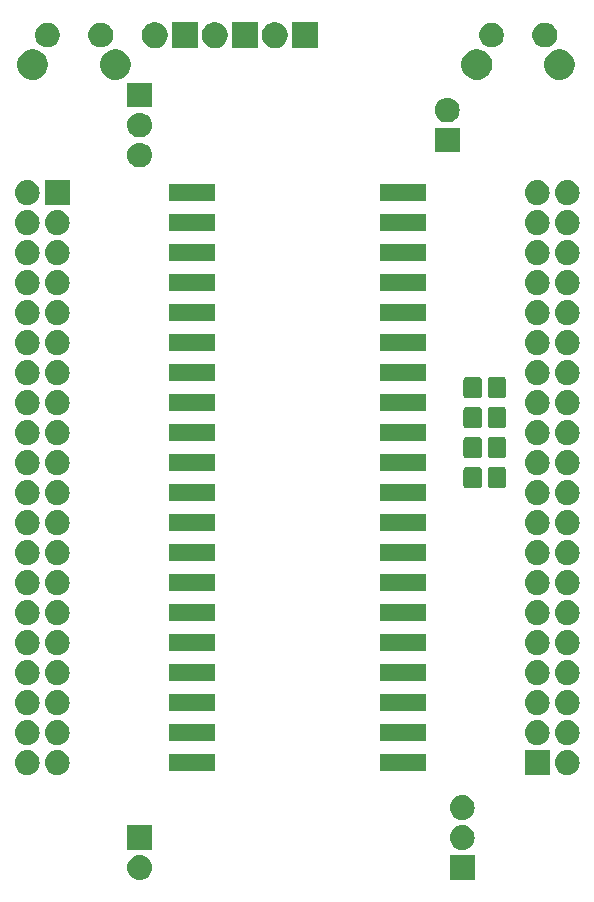
<source format=gbs>
G04 #@! TF.GenerationSoftware,KiCad,Pcbnew,5.1.4-e60b266~84~ubuntu18.04.1*
G04 #@! TF.CreationDate,2019-09-22T15:45:03+01:00*
G04 #@! TF.ProjectId,6502_adapter,36353032-5f61-4646-9170-7465722e6b69,rev?*
G04 #@! TF.SameCoordinates,PX9fdfbc0PY791ddc0*
G04 #@! TF.FileFunction,Soldermask,Bot*
G04 #@! TF.FilePolarity,Negative*
%FSLAX46Y46*%
G04 Gerber Fmt 4.6, Leading zero omitted, Abs format (unit mm)*
G04 Created by KiCad (PCBNEW 5.1.4-e60b266~84~ubuntu18.04.1) date 2019-09-22 15:45:03*
%MOMM*%
%LPD*%
G04 APERTURE LIST*
%ADD10C,0.100000*%
G04 APERTURE END LIST*
D10*
X48748000Y71795000D02*
G75*
G03X48748000Y71795000I-1143000J0D01*
G01*
X42744000Y74295000D02*
G75*
G03X42744000Y74295000I-889000J0D01*
G01*
X47244000Y74295000D02*
G75*
G03X47244000Y74295000I-889000J0D01*
G01*
X41748000Y71795000D02*
G75*
G03X41748000Y71795000I-1143000J0D01*
G01*
X11147500Y71795000D02*
G75*
G03X11147500Y71795000I-1143000J0D01*
G01*
X5143500Y74295000D02*
G75*
G03X5143500Y74295000I-889000J0D01*
G01*
X9643500Y74295000D02*
G75*
G03X9643500Y74295000I-889000J0D01*
G01*
X4147500Y71795000D02*
G75*
G03X4147500Y71795000I-1143000J0D01*
G01*
G36*
X40420000Y2760000D02*
G01*
X38320000Y2760000D01*
X38320000Y4860000D01*
X40420000Y4860000D01*
X40420000Y2760000D01*
X40420000Y2760000D01*
G37*
G36*
X12193707Y4852404D02*
G01*
X12270836Y4844807D01*
X12468762Y4784767D01*
X12468765Y4784766D01*
X12651170Y4687268D01*
X12811055Y4556055D01*
X12942268Y4396170D01*
X13039766Y4213765D01*
X13039767Y4213762D01*
X13099807Y4015836D01*
X13120080Y3810000D01*
X13099807Y3604164D01*
X13039767Y3406238D01*
X13039766Y3406235D01*
X12942268Y3223830D01*
X12811055Y3063945D01*
X12651170Y2932732D01*
X12468765Y2835234D01*
X12468762Y2835233D01*
X12270836Y2775193D01*
X12193707Y2767596D01*
X12116580Y2760000D01*
X12013420Y2760000D01*
X11936293Y2767596D01*
X11859164Y2775193D01*
X11661238Y2835233D01*
X11661235Y2835234D01*
X11478830Y2932732D01*
X11318945Y3063945D01*
X11187732Y3223830D01*
X11090234Y3406235D01*
X11090233Y3406238D01*
X11030193Y3604164D01*
X11009920Y3810000D01*
X11030193Y4015836D01*
X11090233Y4213762D01*
X11090234Y4213765D01*
X11187732Y4396170D01*
X11318945Y4556055D01*
X11478830Y4687268D01*
X11661235Y4784766D01*
X11661238Y4784767D01*
X11859164Y4844807D01*
X11936293Y4852404D01*
X12013420Y4860000D01*
X12116580Y4860000D01*
X12193707Y4852404D01*
X12193707Y4852404D01*
G37*
G36*
X13115000Y5300000D02*
G01*
X11015000Y5300000D01*
X11015000Y7400000D01*
X13115000Y7400000D01*
X13115000Y5300000D01*
X13115000Y5300000D01*
G37*
G36*
X39498707Y7392404D02*
G01*
X39575836Y7384807D01*
X39773762Y7324767D01*
X39773765Y7324766D01*
X39956170Y7227268D01*
X40116055Y7096055D01*
X40247268Y6936170D01*
X40344766Y6753765D01*
X40344767Y6753762D01*
X40404807Y6555836D01*
X40425080Y6350000D01*
X40404807Y6144164D01*
X40344767Y5946238D01*
X40344766Y5946235D01*
X40247268Y5763830D01*
X40116055Y5603945D01*
X39956170Y5472732D01*
X39773765Y5375234D01*
X39773762Y5375233D01*
X39575836Y5315193D01*
X39498707Y5307596D01*
X39421580Y5300000D01*
X39318420Y5300000D01*
X39241293Y5307596D01*
X39164164Y5315193D01*
X38966238Y5375233D01*
X38966235Y5375234D01*
X38783830Y5472732D01*
X38623945Y5603945D01*
X38492732Y5763830D01*
X38395234Y5946235D01*
X38395233Y5946238D01*
X38335193Y6144164D01*
X38314920Y6350000D01*
X38335193Y6555836D01*
X38395233Y6753762D01*
X38395234Y6753765D01*
X38492732Y6936170D01*
X38623945Y7096055D01*
X38783830Y7227268D01*
X38966235Y7324766D01*
X38966238Y7324767D01*
X39164164Y7384807D01*
X39241293Y7392404D01*
X39318420Y7400000D01*
X39421580Y7400000D01*
X39498707Y7392404D01*
X39498707Y7392404D01*
G37*
G36*
X39498707Y9932404D02*
G01*
X39575836Y9924807D01*
X39773762Y9864767D01*
X39773765Y9864766D01*
X39956170Y9767268D01*
X40116055Y9636055D01*
X40247268Y9476170D01*
X40344766Y9293765D01*
X40344767Y9293762D01*
X40404807Y9095836D01*
X40425080Y8890000D01*
X40404807Y8684164D01*
X40344767Y8486238D01*
X40344766Y8486235D01*
X40247268Y8303830D01*
X40116055Y8143945D01*
X39956170Y8012732D01*
X39773765Y7915234D01*
X39773762Y7915233D01*
X39575836Y7855193D01*
X39498707Y7847597D01*
X39421580Y7840000D01*
X39318420Y7840000D01*
X39241293Y7847597D01*
X39164164Y7855193D01*
X38966238Y7915233D01*
X38966235Y7915234D01*
X38783830Y8012732D01*
X38623945Y8143945D01*
X38492732Y8303830D01*
X38395234Y8486235D01*
X38395233Y8486238D01*
X38335193Y8684164D01*
X38314920Y8890000D01*
X38335193Y9095836D01*
X38395233Y9293762D01*
X38395234Y9293765D01*
X38492732Y9476170D01*
X38623945Y9636055D01*
X38783830Y9767268D01*
X38966235Y9864766D01*
X38966238Y9864767D01*
X39164164Y9924807D01*
X39241293Y9932404D01*
X39318420Y9940000D01*
X39421580Y9940000D01*
X39498707Y9932404D01*
X39498707Y9932404D01*
G37*
G36*
X46770000Y11650000D02*
G01*
X44670000Y11650000D01*
X44670000Y13750000D01*
X46770000Y13750000D01*
X46770000Y11650000D01*
X46770000Y11650000D01*
G37*
G36*
X2668707Y13742404D02*
G01*
X2745836Y13734807D01*
X2943762Y13674767D01*
X2943765Y13674766D01*
X3126170Y13577268D01*
X3286055Y13446055D01*
X3417268Y13286170D01*
X3514766Y13103765D01*
X3514767Y13103762D01*
X3574807Y12905836D01*
X3595080Y12700000D01*
X3574807Y12494164D01*
X3514767Y12296238D01*
X3514766Y12296235D01*
X3417268Y12113830D01*
X3286055Y11953945D01*
X3126170Y11822732D01*
X2943765Y11725234D01*
X2943762Y11725233D01*
X2745836Y11665193D01*
X2668707Y11657597D01*
X2591580Y11650000D01*
X2488420Y11650000D01*
X2411293Y11657597D01*
X2334164Y11665193D01*
X2136238Y11725233D01*
X2136235Y11725234D01*
X1953830Y11822732D01*
X1793945Y11953945D01*
X1662732Y12113830D01*
X1565234Y12296235D01*
X1565233Y12296238D01*
X1505193Y12494164D01*
X1484920Y12700000D01*
X1505193Y12905836D01*
X1565233Y13103762D01*
X1565234Y13103765D01*
X1662732Y13286170D01*
X1793945Y13446055D01*
X1953830Y13577268D01*
X2136235Y13674766D01*
X2136238Y13674767D01*
X2334164Y13734807D01*
X2411293Y13742404D01*
X2488420Y13750000D01*
X2591580Y13750000D01*
X2668707Y13742404D01*
X2668707Y13742404D01*
G37*
G36*
X5208707Y13742404D02*
G01*
X5285836Y13734807D01*
X5483762Y13674767D01*
X5483765Y13674766D01*
X5666170Y13577268D01*
X5826055Y13446055D01*
X5957268Y13286170D01*
X6054766Y13103765D01*
X6054767Y13103762D01*
X6114807Y12905836D01*
X6135080Y12700000D01*
X6114807Y12494164D01*
X6054767Y12296238D01*
X6054766Y12296235D01*
X5957268Y12113830D01*
X5826055Y11953945D01*
X5666170Y11822732D01*
X5483765Y11725234D01*
X5483762Y11725233D01*
X5285836Y11665193D01*
X5208707Y11657597D01*
X5131580Y11650000D01*
X5028420Y11650000D01*
X4951293Y11657597D01*
X4874164Y11665193D01*
X4676238Y11725233D01*
X4676235Y11725234D01*
X4493830Y11822732D01*
X4333945Y11953945D01*
X4202732Y12113830D01*
X4105234Y12296235D01*
X4105233Y12296238D01*
X4045193Y12494164D01*
X4024920Y12700000D01*
X4045193Y12905836D01*
X4105233Y13103762D01*
X4105234Y13103765D01*
X4202732Y13286170D01*
X4333945Y13446055D01*
X4493830Y13577268D01*
X4676235Y13674766D01*
X4676238Y13674767D01*
X4874164Y13734807D01*
X4951293Y13742404D01*
X5028420Y13750000D01*
X5131580Y13750000D01*
X5208707Y13742404D01*
X5208707Y13742404D01*
G37*
G36*
X48388707Y13742404D02*
G01*
X48465836Y13734807D01*
X48663762Y13674767D01*
X48663765Y13674766D01*
X48846170Y13577268D01*
X49006055Y13446055D01*
X49137268Y13286170D01*
X49234766Y13103765D01*
X49234767Y13103762D01*
X49294807Y12905836D01*
X49315080Y12700000D01*
X49294807Y12494164D01*
X49234767Y12296238D01*
X49234766Y12296235D01*
X49137268Y12113830D01*
X49006055Y11953945D01*
X48846170Y11822732D01*
X48663765Y11725234D01*
X48663762Y11725233D01*
X48465836Y11665193D01*
X48388707Y11657597D01*
X48311580Y11650000D01*
X48208420Y11650000D01*
X48131293Y11657597D01*
X48054164Y11665193D01*
X47856238Y11725233D01*
X47856235Y11725234D01*
X47673830Y11822732D01*
X47513945Y11953945D01*
X47382732Y12113830D01*
X47285234Y12296235D01*
X47285233Y12296238D01*
X47225193Y12494164D01*
X47204920Y12700000D01*
X47225193Y12905836D01*
X47285233Y13103762D01*
X47285234Y13103765D01*
X47382732Y13286170D01*
X47513945Y13446055D01*
X47673830Y13577268D01*
X47856235Y13674766D01*
X47856238Y13674767D01*
X48054164Y13734807D01*
X48131293Y13742404D01*
X48208420Y13750000D01*
X48311580Y13750000D01*
X48388707Y13742404D01*
X48388707Y13742404D01*
G37*
G36*
X18430000Y12000000D02*
G01*
X14530000Y12000000D01*
X14530000Y13400000D01*
X18430000Y13400000D01*
X18430000Y12000000D01*
X18430000Y12000000D01*
G37*
G36*
X36270000Y12000000D02*
G01*
X32370000Y12000000D01*
X32370000Y13400000D01*
X36270000Y13400000D01*
X36270000Y12000000D01*
X36270000Y12000000D01*
G37*
G36*
X2668707Y16282404D02*
G01*
X2745836Y16274807D01*
X2943762Y16214767D01*
X2943765Y16214766D01*
X3126170Y16117268D01*
X3286055Y15986055D01*
X3417268Y15826170D01*
X3514766Y15643765D01*
X3514767Y15643762D01*
X3574807Y15445836D01*
X3595080Y15240000D01*
X3574807Y15034164D01*
X3514767Y14836238D01*
X3514766Y14836235D01*
X3417268Y14653830D01*
X3286055Y14493945D01*
X3126170Y14362732D01*
X2943765Y14265234D01*
X2943762Y14265233D01*
X2745836Y14205193D01*
X2668707Y14197597D01*
X2591580Y14190000D01*
X2488420Y14190000D01*
X2411293Y14197597D01*
X2334164Y14205193D01*
X2136238Y14265233D01*
X2136235Y14265234D01*
X1953830Y14362732D01*
X1793945Y14493945D01*
X1662732Y14653830D01*
X1565234Y14836235D01*
X1565233Y14836238D01*
X1505193Y15034164D01*
X1484920Y15240000D01*
X1505193Y15445836D01*
X1565233Y15643762D01*
X1565234Y15643765D01*
X1662732Y15826170D01*
X1793945Y15986055D01*
X1953830Y16117268D01*
X2136235Y16214766D01*
X2136238Y16214767D01*
X2334164Y16274807D01*
X2411293Y16282404D01*
X2488420Y16290000D01*
X2591580Y16290000D01*
X2668707Y16282404D01*
X2668707Y16282404D01*
G37*
G36*
X5208707Y16282404D02*
G01*
X5285836Y16274807D01*
X5483762Y16214767D01*
X5483765Y16214766D01*
X5666170Y16117268D01*
X5826055Y15986055D01*
X5957268Y15826170D01*
X6054766Y15643765D01*
X6054767Y15643762D01*
X6114807Y15445836D01*
X6135080Y15240000D01*
X6114807Y15034164D01*
X6054767Y14836238D01*
X6054766Y14836235D01*
X5957268Y14653830D01*
X5826055Y14493945D01*
X5666170Y14362732D01*
X5483765Y14265234D01*
X5483762Y14265233D01*
X5285836Y14205193D01*
X5208707Y14197597D01*
X5131580Y14190000D01*
X5028420Y14190000D01*
X4951293Y14197597D01*
X4874164Y14205193D01*
X4676238Y14265233D01*
X4676235Y14265234D01*
X4493830Y14362732D01*
X4333945Y14493945D01*
X4202732Y14653830D01*
X4105234Y14836235D01*
X4105233Y14836238D01*
X4045193Y15034164D01*
X4024920Y15240000D01*
X4045193Y15445836D01*
X4105233Y15643762D01*
X4105234Y15643765D01*
X4202732Y15826170D01*
X4333945Y15986055D01*
X4493830Y16117268D01*
X4676235Y16214766D01*
X4676238Y16214767D01*
X4874164Y16274807D01*
X4951293Y16282404D01*
X5028420Y16290000D01*
X5131580Y16290000D01*
X5208707Y16282404D01*
X5208707Y16282404D01*
G37*
G36*
X45848707Y16282404D02*
G01*
X45925836Y16274807D01*
X46123762Y16214767D01*
X46123765Y16214766D01*
X46306170Y16117268D01*
X46466055Y15986055D01*
X46597268Y15826170D01*
X46694766Y15643765D01*
X46694767Y15643762D01*
X46754807Y15445836D01*
X46775080Y15240000D01*
X46754807Y15034164D01*
X46694767Y14836238D01*
X46694766Y14836235D01*
X46597268Y14653830D01*
X46466055Y14493945D01*
X46306170Y14362732D01*
X46123765Y14265234D01*
X46123762Y14265233D01*
X45925836Y14205193D01*
X45848707Y14197597D01*
X45771580Y14190000D01*
X45668420Y14190000D01*
X45591293Y14197597D01*
X45514164Y14205193D01*
X45316238Y14265233D01*
X45316235Y14265234D01*
X45133830Y14362732D01*
X44973945Y14493945D01*
X44842732Y14653830D01*
X44745234Y14836235D01*
X44745233Y14836238D01*
X44685193Y15034164D01*
X44664920Y15240000D01*
X44685193Y15445836D01*
X44745233Y15643762D01*
X44745234Y15643765D01*
X44842732Y15826170D01*
X44973945Y15986055D01*
X45133830Y16117268D01*
X45316235Y16214766D01*
X45316238Y16214767D01*
X45514164Y16274807D01*
X45591293Y16282404D01*
X45668420Y16290000D01*
X45771580Y16290000D01*
X45848707Y16282404D01*
X45848707Y16282404D01*
G37*
G36*
X48388707Y16282404D02*
G01*
X48465836Y16274807D01*
X48663762Y16214767D01*
X48663765Y16214766D01*
X48846170Y16117268D01*
X49006055Y15986055D01*
X49137268Y15826170D01*
X49234766Y15643765D01*
X49234767Y15643762D01*
X49294807Y15445836D01*
X49315080Y15240000D01*
X49294807Y15034164D01*
X49234767Y14836238D01*
X49234766Y14836235D01*
X49137268Y14653830D01*
X49006055Y14493945D01*
X48846170Y14362732D01*
X48663765Y14265234D01*
X48663762Y14265233D01*
X48465836Y14205193D01*
X48388707Y14197597D01*
X48311580Y14190000D01*
X48208420Y14190000D01*
X48131293Y14197597D01*
X48054164Y14205193D01*
X47856238Y14265233D01*
X47856235Y14265234D01*
X47673830Y14362732D01*
X47513945Y14493945D01*
X47382732Y14653830D01*
X47285234Y14836235D01*
X47285233Y14836238D01*
X47225193Y15034164D01*
X47204920Y15240000D01*
X47225193Y15445836D01*
X47285233Y15643762D01*
X47285234Y15643765D01*
X47382732Y15826170D01*
X47513945Y15986055D01*
X47673830Y16117268D01*
X47856235Y16214766D01*
X47856238Y16214767D01*
X48054164Y16274807D01*
X48131293Y16282404D01*
X48208420Y16290000D01*
X48311580Y16290000D01*
X48388707Y16282404D01*
X48388707Y16282404D01*
G37*
G36*
X18430000Y14540000D02*
G01*
X14530000Y14540000D01*
X14530000Y15940000D01*
X18430000Y15940000D01*
X18430000Y14540000D01*
X18430000Y14540000D01*
G37*
G36*
X36270000Y14540000D02*
G01*
X32370000Y14540000D01*
X32370000Y15940000D01*
X36270000Y15940000D01*
X36270000Y14540000D01*
X36270000Y14540000D01*
G37*
G36*
X48388707Y18822403D02*
G01*
X48465836Y18814807D01*
X48663762Y18754767D01*
X48663765Y18754766D01*
X48846170Y18657268D01*
X49006055Y18526055D01*
X49137268Y18366170D01*
X49234766Y18183765D01*
X49234767Y18183762D01*
X49294807Y17985836D01*
X49315080Y17780000D01*
X49294807Y17574164D01*
X49234767Y17376238D01*
X49234766Y17376235D01*
X49137268Y17193830D01*
X49006055Y17033945D01*
X48846170Y16902732D01*
X48663765Y16805234D01*
X48663762Y16805233D01*
X48465836Y16745193D01*
X48388707Y16737596D01*
X48311580Y16730000D01*
X48208420Y16730000D01*
X48131293Y16737596D01*
X48054164Y16745193D01*
X47856238Y16805233D01*
X47856235Y16805234D01*
X47673830Y16902732D01*
X47513945Y17033945D01*
X47382732Y17193830D01*
X47285234Y17376235D01*
X47285233Y17376238D01*
X47225193Y17574164D01*
X47204920Y17780000D01*
X47225193Y17985836D01*
X47285233Y18183762D01*
X47285234Y18183765D01*
X47382732Y18366170D01*
X47513945Y18526055D01*
X47673830Y18657268D01*
X47856235Y18754766D01*
X47856238Y18754767D01*
X48054164Y18814807D01*
X48131293Y18822403D01*
X48208420Y18830000D01*
X48311580Y18830000D01*
X48388707Y18822403D01*
X48388707Y18822403D01*
G37*
G36*
X45848707Y18822403D02*
G01*
X45925836Y18814807D01*
X46123762Y18754767D01*
X46123765Y18754766D01*
X46306170Y18657268D01*
X46466055Y18526055D01*
X46597268Y18366170D01*
X46694766Y18183765D01*
X46694767Y18183762D01*
X46754807Y17985836D01*
X46775080Y17780000D01*
X46754807Y17574164D01*
X46694767Y17376238D01*
X46694766Y17376235D01*
X46597268Y17193830D01*
X46466055Y17033945D01*
X46306170Y16902732D01*
X46123765Y16805234D01*
X46123762Y16805233D01*
X45925836Y16745193D01*
X45848707Y16737596D01*
X45771580Y16730000D01*
X45668420Y16730000D01*
X45591293Y16737596D01*
X45514164Y16745193D01*
X45316238Y16805233D01*
X45316235Y16805234D01*
X45133830Y16902732D01*
X44973945Y17033945D01*
X44842732Y17193830D01*
X44745234Y17376235D01*
X44745233Y17376238D01*
X44685193Y17574164D01*
X44664920Y17780000D01*
X44685193Y17985836D01*
X44745233Y18183762D01*
X44745234Y18183765D01*
X44842732Y18366170D01*
X44973945Y18526055D01*
X45133830Y18657268D01*
X45316235Y18754766D01*
X45316238Y18754767D01*
X45514164Y18814807D01*
X45591293Y18822403D01*
X45668420Y18830000D01*
X45771580Y18830000D01*
X45848707Y18822403D01*
X45848707Y18822403D01*
G37*
G36*
X5208707Y18822403D02*
G01*
X5285836Y18814807D01*
X5483762Y18754767D01*
X5483765Y18754766D01*
X5666170Y18657268D01*
X5826055Y18526055D01*
X5957268Y18366170D01*
X6054766Y18183765D01*
X6054767Y18183762D01*
X6114807Y17985836D01*
X6135080Y17780000D01*
X6114807Y17574164D01*
X6054767Y17376238D01*
X6054766Y17376235D01*
X5957268Y17193830D01*
X5826055Y17033945D01*
X5666170Y16902732D01*
X5483765Y16805234D01*
X5483762Y16805233D01*
X5285836Y16745193D01*
X5208707Y16737596D01*
X5131580Y16730000D01*
X5028420Y16730000D01*
X4951293Y16737596D01*
X4874164Y16745193D01*
X4676238Y16805233D01*
X4676235Y16805234D01*
X4493830Y16902732D01*
X4333945Y17033945D01*
X4202732Y17193830D01*
X4105234Y17376235D01*
X4105233Y17376238D01*
X4045193Y17574164D01*
X4024920Y17780000D01*
X4045193Y17985836D01*
X4105233Y18183762D01*
X4105234Y18183765D01*
X4202732Y18366170D01*
X4333945Y18526055D01*
X4493830Y18657268D01*
X4676235Y18754766D01*
X4676238Y18754767D01*
X4874164Y18814807D01*
X4951293Y18822403D01*
X5028420Y18830000D01*
X5131580Y18830000D01*
X5208707Y18822403D01*
X5208707Y18822403D01*
G37*
G36*
X2668707Y18822403D02*
G01*
X2745836Y18814807D01*
X2943762Y18754767D01*
X2943765Y18754766D01*
X3126170Y18657268D01*
X3286055Y18526055D01*
X3417268Y18366170D01*
X3514766Y18183765D01*
X3514767Y18183762D01*
X3574807Y17985836D01*
X3595080Y17780000D01*
X3574807Y17574164D01*
X3514767Y17376238D01*
X3514766Y17376235D01*
X3417268Y17193830D01*
X3286055Y17033945D01*
X3126170Y16902732D01*
X2943765Y16805234D01*
X2943762Y16805233D01*
X2745836Y16745193D01*
X2668707Y16737596D01*
X2591580Y16730000D01*
X2488420Y16730000D01*
X2411293Y16737596D01*
X2334164Y16745193D01*
X2136238Y16805233D01*
X2136235Y16805234D01*
X1953830Y16902732D01*
X1793945Y17033945D01*
X1662732Y17193830D01*
X1565234Y17376235D01*
X1565233Y17376238D01*
X1505193Y17574164D01*
X1484920Y17780000D01*
X1505193Y17985836D01*
X1565233Y18183762D01*
X1565234Y18183765D01*
X1662732Y18366170D01*
X1793945Y18526055D01*
X1953830Y18657268D01*
X2136235Y18754766D01*
X2136238Y18754767D01*
X2334164Y18814807D01*
X2411293Y18822403D01*
X2488420Y18830000D01*
X2591580Y18830000D01*
X2668707Y18822403D01*
X2668707Y18822403D01*
G37*
G36*
X18430000Y17080000D02*
G01*
X14530000Y17080000D01*
X14530000Y18480000D01*
X18430000Y18480000D01*
X18430000Y17080000D01*
X18430000Y17080000D01*
G37*
G36*
X36270000Y17080000D02*
G01*
X32370000Y17080000D01*
X32370000Y18480000D01*
X36270000Y18480000D01*
X36270000Y17080000D01*
X36270000Y17080000D01*
G37*
G36*
X2668707Y21362404D02*
G01*
X2745836Y21354807D01*
X2943762Y21294767D01*
X2943765Y21294766D01*
X3126170Y21197268D01*
X3286055Y21066055D01*
X3417268Y20906170D01*
X3514766Y20723765D01*
X3514767Y20723762D01*
X3574807Y20525836D01*
X3595080Y20320000D01*
X3574807Y20114164D01*
X3514767Y19916238D01*
X3514766Y19916235D01*
X3417268Y19733830D01*
X3286055Y19573945D01*
X3126170Y19442732D01*
X2943765Y19345234D01*
X2943762Y19345233D01*
X2745836Y19285193D01*
X2668707Y19277596D01*
X2591580Y19270000D01*
X2488420Y19270000D01*
X2411293Y19277596D01*
X2334164Y19285193D01*
X2136238Y19345233D01*
X2136235Y19345234D01*
X1953830Y19442732D01*
X1793945Y19573945D01*
X1662732Y19733830D01*
X1565234Y19916235D01*
X1565233Y19916238D01*
X1505193Y20114164D01*
X1484920Y20320000D01*
X1505193Y20525836D01*
X1565233Y20723762D01*
X1565234Y20723765D01*
X1662732Y20906170D01*
X1793945Y21066055D01*
X1953830Y21197268D01*
X2136235Y21294766D01*
X2136238Y21294767D01*
X2334164Y21354807D01*
X2411293Y21362404D01*
X2488420Y21370000D01*
X2591580Y21370000D01*
X2668707Y21362404D01*
X2668707Y21362404D01*
G37*
G36*
X45848707Y21362404D02*
G01*
X45925836Y21354807D01*
X46123762Y21294767D01*
X46123765Y21294766D01*
X46306170Y21197268D01*
X46466055Y21066055D01*
X46597268Y20906170D01*
X46694766Y20723765D01*
X46694767Y20723762D01*
X46754807Y20525836D01*
X46775080Y20320000D01*
X46754807Y20114164D01*
X46694767Y19916238D01*
X46694766Y19916235D01*
X46597268Y19733830D01*
X46466055Y19573945D01*
X46306170Y19442732D01*
X46123765Y19345234D01*
X46123762Y19345233D01*
X45925836Y19285193D01*
X45848707Y19277596D01*
X45771580Y19270000D01*
X45668420Y19270000D01*
X45591293Y19277596D01*
X45514164Y19285193D01*
X45316238Y19345233D01*
X45316235Y19345234D01*
X45133830Y19442732D01*
X44973945Y19573945D01*
X44842732Y19733830D01*
X44745234Y19916235D01*
X44745233Y19916238D01*
X44685193Y20114164D01*
X44664920Y20320000D01*
X44685193Y20525836D01*
X44745233Y20723762D01*
X44745234Y20723765D01*
X44842732Y20906170D01*
X44973945Y21066055D01*
X45133830Y21197268D01*
X45316235Y21294766D01*
X45316238Y21294767D01*
X45514164Y21354807D01*
X45591293Y21362404D01*
X45668420Y21370000D01*
X45771580Y21370000D01*
X45848707Y21362404D01*
X45848707Y21362404D01*
G37*
G36*
X48388707Y21362404D02*
G01*
X48465836Y21354807D01*
X48663762Y21294767D01*
X48663765Y21294766D01*
X48846170Y21197268D01*
X49006055Y21066055D01*
X49137268Y20906170D01*
X49234766Y20723765D01*
X49234767Y20723762D01*
X49294807Y20525836D01*
X49315080Y20320000D01*
X49294807Y20114164D01*
X49234767Y19916238D01*
X49234766Y19916235D01*
X49137268Y19733830D01*
X49006055Y19573945D01*
X48846170Y19442732D01*
X48663765Y19345234D01*
X48663762Y19345233D01*
X48465836Y19285193D01*
X48388707Y19277596D01*
X48311580Y19270000D01*
X48208420Y19270000D01*
X48131293Y19277596D01*
X48054164Y19285193D01*
X47856238Y19345233D01*
X47856235Y19345234D01*
X47673830Y19442732D01*
X47513945Y19573945D01*
X47382732Y19733830D01*
X47285234Y19916235D01*
X47285233Y19916238D01*
X47225193Y20114164D01*
X47204920Y20320000D01*
X47225193Y20525836D01*
X47285233Y20723762D01*
X47285234Y20723765D01*
X47382732Y20906170D01*
X47513945Y21066055D01*
X47673830Y21197268D01*
X47856235Y21294766D01*
X47856238Y21294767D01*
X48054164Y21354807D01*
X48131293Y21362404D01*
X48208420Y21370000D01*
X48311580Y21370000D01*
X48388707Y21362404D01*
X48388707Y21362404D01*
G37*
G36*
X5208707Y21362404D02*
G01*
X5285836Y21354807D01*
X5483762Y21294767D01*
X5483765Y21294766D01*
X5666170Y21197268D01*
X5826055Y21066055D01*
X5957268Y20906170D01*
X6054766Y20723765D01*
X6054767Y20723762D01*
X6114807Y20525836D01*
X6135080Y20320000D01*
X6114807Y20114164D01*
X6054767Y19916238D01*
X6054766Y19916235D01*
X5957268Y19733830D01*
X5826055Y19573945D01*
X5666170Y19442732D01*
X5483765Y19345234D01*
X5483762Y19345233D01*
X5285836Y19285193D01*
X5208707Y19277596D01*
X5131580Y19270000D01*
X5028420Y19270000D01*
X4951293Y19277596D01*
X4874164Y19285193D01*
X4676238Y19345233D01*
X4676235Y19345234D01*
X4493830Y19442732D01*
X4333945Y19573945D01*
X4202732Y19733830D01*
X4105234Y19916235D01*
X4105233Y19916238D01*
X4045193Y20114164D01*
X4024920Y20320000D01*
X4045193Y20525836D01*
X4105233Y20723762D01*
X4105234Y20723765D01*
X4202732Y20906170D01*
X4333945Y21066055D01*
X4493830Y21197268D01*
X4676235Y21294766D01*
X4676238Y21294767D01*
X4874164Y21354807D01*
X4951293Y21362404D01*
X5028420Y21370000D01*
X5131580Y21370000D01*
X5208707Y21362404D01*
X5208707Y21362404D01*
G37*
G36*
X36270000Y19620000D02*
G01*
X32370000Y19620000D01*
X32370000Y21020000D01*
X36270000Y21020000D01*
X36270000Y19620000D01*
X36270000Y19620000D01*
G37*
G36*
X18430000Y19620000D02*
G01*
X14530000Y19620000D01*
X14530000Y21020000D01*
X18430000Y21020000D01*
X18430000Y19620000D01*
X18430000Y19620000D01*
G37*
G36*
X5208707Y23902404D02*
G01*
X5285836Y23894807D01*
X5483762Y23834767D01*
X5483765Y23834766D01*
X5666170Y23737268D01*
X5826055Y23606055D01*
X5957268Y23446170D01*
X6054766Y23263765D01*
X6054767Y23263762D01*
X6114807Y23065836D01*
X6135080Y22860000D01*
X6114807Y22654164D01*
X6054767Y22456238D01*
X6054766Y22456235D01*
X5957268Y22273830D01*
X5826055Y22113945D01*
X5666170Y21982732D01*
X5483765Y21885234D01*
X5483762Y21885233D01*
X5285836Y21825193D01*
X5208707Y21817597D01*
X5131580Y21810000D01*
X5028420Y21810000D01*
X4951293Y21817596D01*
X4874164Y21825193D01*
X4676238Y21885233D01*
X4676235Y21885234D01*
X4493830Y21982732D01*
X4333945Y22113945D01*
X4202732Y22273830D01*
X4105234Y22456235D01*
X4105233Y22456238D01*
X4045193Y22654164D01*
X4024920Y22860000D01*
X4045193Y23065836D01*
X4105233Y23263762D01*
X4105234Y23263765D01*
X4202732Y23446170D01*
X4333945Y23606055D01*
X4493830Y23737268D01*
X4676235Y23834766D01*
X4676238Y23834767D01*
X4874164Y23894807D01*
X4951293Y23902404D01*
X5028420Y23910000D01*
X5131580Y23910000D01*
X5208707Y23902404D01*
X5208707Y23902404D01*
G37*
G36*
X2668707Y23902404D02*
G01*
X2745836Y23894807D01*
X2943762Y23834767D01*
X2943765Y23834766D01*
X3126170Y23737268D01*
X3286055Y23606055D01*
X3417268Y23446170D01*
X3514766Y23263765D01*
X3514767Y23263762D01*
X3574807Y23065836D01*
X3595080Y22860000D01*
X3574807Y22654164D01*
X3514767Y22456238D01*
X3514766Y22456235D01*
X3417268Y22273830D01*
X3286055Y22113945D01*
X3126170Y21982732D01*
X2943765Y21885234D01*
X2943762Y21885233D01*
X2745836Y21825193D01*
X2668707Y21817597D01*
X2591580Y21810000D01*
X2488420Y21810000D01*
X2411293Y21817596D01*
X2334164Y21825193D01*
X2136238Y21885233D01*
X2136235Y21885234D01*
X1953830Y21982732D01*
X1793945Y22113945D01*
X1662732Y22273830D01*
X1565234Y22456235D01*
X1565233Y22456238D01*
X1505193Y22654164D01*
X1484920Y22860000D01*
X1505193Y23065836D01*
X1565233Y23263762D01*
X1565234Y23263765D01*
X1662732Y23446170D01*
X1793945Y23606055D01*
X1953830Y23737268D01*
X2136235Y23834766D01*
X2136238Y23834767D01*
X2334164Y23894807D01*
X2411293Y23902404D01*
X2488420Y23910000D01*
X2591580Y23910000D01*
X2668707Y23902404D01*
X2668707Y23902404D01*
G37*
G36*
X48388707Y23902404D02*
G01*
X48465836Y23894807D01*
X48663762Y23834767D01*
X48663765Y23834766D01*
X48846170Y23737268D01*
X49006055Y23606055D01*
X49137268Y23446170D01*
X49234766Y23263765D01*
X49234767Y23263762D01*
X49294807Y23065836D01*
X49315080Y22860000D01*
X49294807Y22654164D01*
X49234767Y22456238D01*
X49234766Y22456235D01*
X49137268Y22273830D01*
X49006055Y22113945D01*
X48846170Y21982732D01*
X48663765Y21885234D01*
X48663762Y21885233D01*
X48465836Y21825193D01*
X48388707Y21817597D01*
X48311580Y21810000D01*
X48208420Y21810000D01*
X48131293Y21817596D01*
X48054164Y21825193D01*
X47856238Y21885233D01*
X47856235Y21885234D01*
X47673830Y21982732D01*
X47513945Y22113945D01*
X47382732Y22273830D01*
X47285234Y22456235D01*
X47285233Y22456238D01*
X47225193Y22654164D01*
X47204920Y22860000D01*
X47225193Y23065836D01*
X47285233Y23263762D01*
X47285234Y23263765D01*
X47382732Y23446170D01*
X47513945Y23606055D01*
X47673830Y23737268D01*
X47856235Y23834766D01*
X47856238Y23834767D01*
X48054164Y23894807D01*
X48131293Y23902404D01*
X48208420Y23910000D01*
X48311580Y23910000D01*
X48388707Y23902404D01*
X48388707Y23902404D01*
G37*
G36*
X45848707Y23902404D02*
G01*
X45925836Y23894807D01*
X46123762Y23834767D01*
X46123765Y23834766D01*
X46306170Y23737268D01*
X46466055Y23606055D01*
X46597268Y23446170D01*
X46694766Y23263765D01*
X46694767Y23263762D01*
X46754807Y23065836D01*
X46775080Y22860000D01*
X46754807Y22654164D01*
X46694767Y22456238D01*
X46694766Y22456235D01*
X46597268Y22273830D01*
X46466055Y22113945D01*
X46306170Y21982732D01*
X46123765Y21885234D01*
X46123762Y21885233D01*
X45925836Y21825193D01*
X45848707Y21817597D01*
X45771580Y21810000D01*
X45668420Y21810000D01*
X45591293Y21817596D01*
X45514164Y21825193D01*
X45316238Y21885233D01*
X45316235Y21885234D01*
X45133830Y21982732D01*
X44973945Y22113945D01*
X44842732Y22273830D01*
X44745234Y22456235D01*
X44745233Y22456238D01*
X44685193Y22654164D01*
X44664920Y22860000D01*
X44685193Y23065836D01*
X44745233Y23263762D01*
X44745234Y23263765D01*
X44842732Y23446170D01*
X44973945Y23606055D01*
X45133830Y23737268D01*
X45316235Y23834766D01*
X45316238Y23834767D01*
X45514164Y23894807D01*
X45591293Y23902404D01*
X45668420Y23910000D01*
X45771580Y23910000D01*
X45848707Y23902404D01*
X45848707Y23902404D01*
G37*
G36*
X18430000Y22160000D02*
G01*
X14530000Y22160000D01*
X14530000Y23560000D01*
X18430000Y23560000D01*
X18430000Y22160000D01*
X18430000Y22160000D01*
G37*
G36*
X36270000Y22160000D02*
G01*
X32370000Y22160000D01*
X32370000Y23560000D01*
X36270000Y23560000D01*
X36270000Y22160000D01*
X36270000Y22160000D01*
G37*
G36*
X48388707Y26442403D02*
G01*
X48465836Y26434807D01*
X48663762Y26374767D01*
X48663765Y26374766D01*
X48846170Y26277268D01*
X49006055Y26146055D01*
X49137268Y25986170D01*
X49234766Y25803765D01*
X49234767Y25803762D01*
X49294807Y25605836D01*
X49315080Y25400000D01*
X49294807Y25194164D01*
X49234767Y24996238D01*
X49234766Y24996235D01*
X49137268Y24813830D01*
X49006055Y24653945D01*
X48846170Y24522732D01*
X48663765Y24425234D01*
X48663762Y24425233D01*
X48465836Y24365193D01*
X48388707Y24357596D01*
X48311580Y24350000D01*
X48208420Y24350000D01*
X48131293Y24357596D01*
X48054164Y24365193D01*
X47856238Y24425233D01*
X47856235Y24425234D01*
X47673830Y24522732D01*
X47513945Y24653945D01*
X47382732Y24813830D01*
X47285234Y24996235D01*
X47285233Y24996238D01*
X47225193Y25194164D01*
X47204920Y25400000D01*
X47225193Y25605836D01*
X47285233Y25803762D01*
X47285234Y25803765D01*
X47382732Y25986170D01*
X47513945Y26146055D01*
X47673830Y26277268D01*
X47856235Y26374766D01*
X47856238Y26374767D01*
X48054164Y26434807D01*
X48131293Y26442403D01*
X48208420Y26450000D01*
X48311580Y26450000D01*
X48388707Y26442403D01*
X48388707Y26442403D01*
G37*
G36*
X45848707Y26442403D02*
G01*
X45925836Y26434807D01*
X46123762Y26374767D01*
X46123765Y26374766D01*
X46306170Y26277268D01*
X46466055Y26146055D01*
X46597268Y25986170D01*
X46694766Y25803765D01*
X46694767Y25803762D01*
X46754807Y25605836D01*
X46775080Y25400000D01*
X46754807Y25194164D01*
X46694767Y24996238D01*
X46694766Y24996235D01*
X46597268Y24813830D01*
X46466055Y24653945D01*
X46306170Y24522732D01*
X46123765Y24425234D01*
X46123762Y24425233D01*
X45925836Y24365193D01*
X45848707Y24357596D01*
X45771580Y24350000D01*
X45668420Y24350000D01*
X45591293Y24357596D01*
X45514164Y24365193D01*
X45316238Y24425233D01*
X45316235Y24425234D01*
X45133830Y24522732D01*
X44973945Y24653945D01*
X44842732Y24813830D01*
X44745234Y24996235D01*
X44745233Y24996238D01*
X44685193Y25194164D01*
X44664920Y25400000D01*
X44685193Y25605836D01*
X44745233Y25803762D01*
X44745234Y25803765D01*
X44842732Y25986170D01*
X44973945Y26146055D01*
X45133830Y26277268D01*
X45316235Y26374766D01*
X45316238Y26374767D01*
X45514164Y26434807D01*
X45591293Y26442403D01*
X45668420Y26450000D01*
X45771580Y26450000D01*
X45848707Y26442403D01*
X45848707Y26442403D01*
G37*
G36*
X5208707Y26442403D02*
G01*
X5285836Y26434807D01*
X5483762Y26374767D01*
X5483765Y26374766D01*
X5666170Y26277268D01*
X5826055Y26146055D01*
X5957268Y25986170D01*
X6054766Y25803765D01*
X6054767Y25803762D01*
X6114807Y25605836D01*
X6135080Y25400000D01*
X6114807Y25194164D01*
X6054767Y24996238D01*
X6054766Y24996235D01*
X5957268Y24813830D01*
X5826055Y24653945D01*
X5666170Y24522732D01*
X5483765Y24425234D01*
X5483762Y24425233D01*
X5285836Y24365193D01*
X5208707Y24357596D01*
X5131580Y24350000D01*
X5028420Y24350000D01*
X4951293Y24357596D01*
X4874164Y24365193D01*
X4676238Y24425233D01*
X4676235Y24425234D01*
X4493830Y24522732D01*
X4333945Y24653945D01*
X4202732Y24813830D01*
X4105234Y24996235D01*
X4105233Y24996238D01*
X4045193Y25194164D01*
X4024920Y25400000D01*
X4045193Y25605836D01*
X4105233Y25803762D01*
X4105234Y25803765D01*
X4202732Y25986170D01*
X4333945Y26146055D01*
X4493830Y26277268D01*
X4676235Y26374766D01*
X4676238Y26374767D01*
X4874164Y26434807D01*
X4951293Y26442403D01*
X5028420Y26450000D01*
X5131580Y26450000D01*
X5208707Y26442403D01*
X5208707Y26442403D01*
G37*
G36*
X2668707Y26442403D02*
G01*
X2745836Y26434807D01*
X2943762Y26374767D01*
X2943765Y26374766D01*
X3126170Y26277268D01*
X3286055Y26146055D01*
X3417268Y25986170D01*
X3514766Y25803765D01*
X3514767Y25803762D01*
X3574807Y25605836D01*
X3595080Y25400000D01*
X3574807Y25194164D01*
X3514767Y24996238D01*
X3514766Y24996235D01*
X3417268Y24813830D01*
X3286055Y24653945D01*
X3126170Y24522732D01*
X2943765Y24425234D01*
X2943762Y24425233D01*
X2745836Y24365193D01*
X2668707Y24357596D01*
X2591580Y24350000D01*
X2488420Y24350000D01*
X2411293Y24357596D01*
X2334164Y24365193D01*
X2136238Y24425233D01*
X2136235Y24425234D01*
X1953830Y24522732D01*
X1793945Y24653945D01*
X1662732Y24813830D01*
X1565234Y24996235D01*
X1565233Y24996238D01*
X1505193Y25194164D01*
X1484920Y25400000D01*
X1505193Y25605836D01*
X1565233Y25803762D01*
X1565234Y25803765D01*
X1662732Y25986170D01*
X1793945Y26146055D01*
X1953830Y26277268D01*
X2136235Y26374766D01*
X2136238Y26374767D01*
X2334164Y26434807D01*
X2411293Y26442403D01*
X2488420Y26450000D01*
X2591580Y26450000D01*
X2668707Y26442403D01*
X2668707Y26442403D01*
G37*
G36*
X36270000Y24700000D02*
G01*
X32370000Y24700000D01*
X32370000Y26100000D01*
X36270000Y26100000D01*
X36270000Y24700000D01*
X36270000Y24700000D01*
G37*
G36*
X18430000Y24700000D02*
G01*
X14530000Y24700000D01*
X14530000Y26100000D01*
X18430000Y26100000D01*
X18430000Y24700000D01*
X18430000Y24700000D01*
G37*
G36*
X2668707Y28982404D02*
G01*
X2745836Y28974807D01*
X2943762Y28914767D01*
X2943765Y28914766D01*
X3126170Y28817268D01*
X3286055Y28686055D01*
X3417268Y28526170D01*
X3514766Y28343765D01*
X3514767Y28343762D01*
X3574807Y28145836D01*
X3595080Y27940000D01*
X3574807Y27734164D01*
X3514767Y27536238D01*
X3514766Y27536235D01*
X3417268Y27353830D01*
X3286055Y27193945D01*
X3126170Y27062732D01*
X2943765Y26965234D01*
X2943762Y26965233D01*
X2745836Y26905193D01*
X2668707Y26897597D01*
X2591580Y26890000D01*
X2488420Y26890000D01*
X2411293Y26897597D01*
X2334164Y26905193D01*
X2136238Y26965233D01*
X2136235Y26965234D01*
X1953830Y27062732D01*
X1793945Y27193945D01*
X1662732Y27353830D01*
X1565234Y27536235D01*
X1565233Y27536238D01*
X1505193Y27734164D01*
X1484920Y27940000D01*
X1505193Y28145836D01*
X1565233Y28343762D01*
X1565234Y28343765D01*
X1662732Y28526170D01*
X1793945Y28686055D01*
X1953830Y28817268D01*
X2136235Y28914766D01*
X2136238Y28914767D01*
X2334164Y28974807D01*
X2411293Y28982404D01*
X2488420Y28990000D01*
X2591580Y28990000D01*
X2668707Y28982404D01*
X2668707Y28982404D01*
G37*
G36*
X45848707Y28982404D02*
G01*
X45925836Y28974807D01*
X46123762Y28914767D01*
X46123765Y28914766D01*
X46306170Y28817268D01*
X46466055Y28686055D01*
X46597268Y28526170D01*
X46694766Y28343765D01*
X46694767Y28343762D01*
X46754807Y28145836D01*
X46775080Y27940000D01*
X46754807Y27734164D01*
X46694767Y27536238D01*
X46694766Y27536235D01*
X46597268Y27353830D01*
X46466055Y27193945D01*
X46306170Y27062732D01*
X46123765Y26965234D01*
X46123762Y26965233D01*
X45925836Y26905193D01*
X45848707Y26897597D01*
X45771580Y26890000D01*
X45668420Y26890000D01*
X45591293Y26897597D01*
X45514164Y26905193D01*
X45316238Y26965233D01*
X45316235Y26965234D01*
X45133830Y27062732D01*
X44973945Y27193945D01*
X44842732Y27353830D01*
X44745234Y27536235D01*
X44745233Y27536238D01*
X44685193Y27734164D01*
X44664920Y27940000D01*
X44685193Y28145836D01*
X44745233Y28343762D01*
X44745234Y28343765D01*
X44842732Y28526170D01*
X44973945Y28686055D01*
X45133830Y28817268D01*
X45316235Y28914766D01*
X45316238Y28914767D01*
X45514164Y28974807D01*
X45591293Y28982404D01*
X45668420Y28990000D01*
X45771580Y28990000D01*
X45848707Y28982404D01*
X45848707Y28982404D01*
G37*
G36*
X48388707Y28982404D02*
G01*
X48465836Y28974807D01*
X48663762Y28914767D01*
X48663765Y28914766D01*
X48846170Y28817268D01*
X49006055Y28686055D01*
X49137268Y28526170D01*
X49234766Y28343765D01*
X49234767Y28343762D01*
X49294807Y28145836D01*
X49315080Y27940000D01*
X49294807Y27734164D01*
X49234767Y27536238D01*
X49234766Y27536235D01*
X49137268Y27353830D01*
X49006055Y27193945D01*
X48846170Y27062732D01*
X48663765Y26965234D01*
X48663762Y26965233D01*
X48465836Y26905193D01*
X48388707Y26897597D01*
X48311580Y26890000D01*
X48208420Y26890000D01*
X48131293Y26897597D01*
X48054164Y26905193D01*
X47856238Y26965233D01*
X47856235Y26965234D01*
X47673830Y27062732D01*
X47513945Y27193945D01*
X47382732Y27353830D01*
X47285234Y27536235D01*
X47285233Y27536238D01*
X47225193Y27734164D01*
X47204920Y27940000D01*
X47225193Y28145836D01*
X47285233Y28343762D01*
X47285234Y28343765D01*
X47382732Y28526170D01*
X47513945Y28686055D01*
X47673830Y28817268D01*
X47856235Y28914766D01*
X47856238Y28914767D01*
X48054164Y28974807D01*
X48131293Y28982404D01*
X48208420Y28990000D01*
X48311580Y28990000D01*
X48388707Y28982404D01*
X48388707Y28982404D01*
G37*
G36*
X5208707Y28982404D02*
G01*
X5285836Y28974807D01*
X5483762Y28914767D01*
X5483765Y28914766D01*
X5666170Y28817268D01*
X5826055Y28686055D01*
X5957268Y28526170D01*
X6054766Y28343765D01*
X6054767Y28343762D01*
X6114807Y28145836D01*
X6135080Y27940000D01*
X6114807Y27734164D01*
X6054767Y27536238D01*
X6054766Y27536235D01*
X5957268Y27353830D01*
X5826055Y27193945D01*
X5666170Y27062732D01*
X5483765Y26965234D01*
X5483762Y26965233D01*
X5285836Y26905193D01*
X5208707Y26897597D01*
X5131580Y26890000D01*
X5028420Y26890000D01*
X4951293Y26897597D01*
X4874164Y26905193D01*
X4676238Y26965233D01*
X4676235Y26965234D01*
X4493830Y27062732D01*
X4333945Y27193945D01*
X4202732Y27353830D01*
X4105234Y27536235D01*
X4105233Y27536238D01*
X4045193Y27734164D01*
X4024920Y27940000D01*
X4045193Y28145836D01*
X4105233Y28343762D01*
X4105234Y28343765D01*
X4202732Y28526170D01*
X4333945Y28686055D01*
X4493830Y28817268D01*
X4676235Y28914766D01*
X4676238Y28914767D01*
X4874164Y28974807D01*
X4951293Y28982404D01*
X5028420Y28990000D01*
X5131580Y28990000D01*
X5208707Y28982404D01*
X5208707Y28982404D01*
G37*
G36*
X36270000Y27240000D02*
G01*
X32370000Y27240000D01*
X32370000Y28640000D01*
X36270000Y28640000D01*
X36270000Y27240000D01*
X36270000Y27240000D01*
G37*
G36*
X18430000Y27240000D02*
G01*
X14530000Y27240000D01*
X14530000Y28640000D01*
X18430000Y28640000D01*
X18430000Y27240000D01*
X18430000Y27240000D01*
G37*
G36*
X2668707Y31522403D02*
G01*
X2745836Y31514807D01*
X2943762Y31454767D01*
X2943765Y31454766D01*
X3126170Y31357268D01*
X3286055Y31226055D01*
X3417268Y31066170D01*
X3514766Y30883765D01*
X3514767Y30883762D01*
X3574807Y30685836D01*
X3595080Y30480000D01*
X3574807Y30274164D01*
X3514767Y30076238D01*
X3514766Y30076235D01*
X3417268Y29893830D01*
X3286055Y29733945D01*
X3126170Y29602732D01*
X2943765Y29505234D01*
X2943762Y29505233D01*
X2745836Y29445193D01*
X2668707Y29437597D01*
X2591580Y29430000D01*
X2488420Y29430000D01*
X2411293Y29437597D01*
X2334164Y29445193D01*
X2136238Y29505233D01*
X2136235Y29505234D01*
X1953830Y29602732D01*
X1793945Y29733945D01*
X1662732Y29893830D01*
X1565234Y30076235D01*
X1565233Y30076238D01*
X1505193Y30274164D01*
X1484920Y30480000D01*
X1505193Y30685836D01*
X1565233Y30883762D01*
X1565234Y30883765D01*
X1662732Y31066170D01*
X1793945Y31226055D01*
X1953830Y31357268D01*
X2136235Y31454766D01*
X2136238Y31454767D01*
X2334164Y31514807D01*
X2411293Y31522403D01*
X2488420Y31530000D01*
X2591580Y31530000D01*
X2668707Y31522403D01*
X2668707Y31522403D01*
G37*
G36*
X5208707Y31522403D02*
G01*
X5285836Y31514807D01*
X5483762Y31454767D01*
X5483765Y31454766D01*
X5666170Y31357268D01*
X5826055Y31226055D01*
X5957268Y31066170D01*
X6054766Y30883765D01*
X6054767Y30883762D01*
X6114807Y30685836D01*
X6135080Y30480000D01*
X6114807Y30274164D01*
X6054767Y30076238D01*
X6054766Y30076235D01*
X5957268Y29893830D01*
X5826055Y29733945D01*
X5666170Y29602732D01*
X5483765Y29505234D01*
X5483762Y29505233D01*
X5285836Y29445193D01*
X5208707Y29437597D01*
X5131580Y29430000D01*
X5028420Y29430000D01*
X4951293Y29437597D01*
X4874164Y29445193D01*
X4676238Y29505233D01*
X4676235Y29505234D01*
X4493830Y29602732D01*
X4333945Y29733945D01*
X4202732Y29893830D01*
X4105234Y30076235D01*
X4105233Y30076238D01*
X4045193Y30274164D01*
X4024920Y30480000D01*
X4045193Y30685836D01*
X4105233Y30883762D01*
X4105234Y30883765D01*
X4202732Y31066170D01*
X4333945Y31226055D01*
X4493830Y31357268D01*
X4676235Y31454766D01*
X4676238Y31454767D01*
X4874164Y31514807D01*
X4951293Y31522403D01*
X5028420Y31530000D01*
X5131580Y31530000D01*
X5208707Y31522403D01*
X5208707Y31522403D01*
G37*
G36*
X45848707Y31522403D02*
G01*
X45925836Y31514807D01*
X46123762Y31454767D01*
X46123765Y31454766D01*
X46306170Y31357268D01*
X46466055Y31226055D01*
X46597268Y31066170D01*
X46694766Y30883765D01*
X46694767Y30883762D01*
X46754807Y30685836D01*
X46775080Y30480000D01*
X46754807Y30274164D01*
X46694767Y30076238D01*
X46694766Y30076235D01*
X46597268Y29893830D01*
X46466055Y29733945D01*
X46306170Y29602732D01*
X46123765Y29505234D01*
X46123762Y29505233D01*
X45925836Y29445193D01*
X45848707Y29437597D01*
X45771580Y29430000D01*
X45668420Y29430000D01*
X45591293Y29437597D01*
X45514164Y29445193D01*
X45316238Y29505233D01*
X45316235Y29505234D01*
X45133830Y29602732D01*
X44973945Y29733945D01*
X44842732Y29893830D01*
X44745234Y30076235D01*
X44745233Y30076238D01*
X44685193Y30274164D01*
X44664920Y30480000D01*
X44685193Y30685836D01*
X44745233Y30883762D01*
X44745234Y30883765D01*
X44842732Y31066170D01*
X44973945Y31226055D01*
X45133830Y31357268D01*
X45316235Y31454766D01*
X45316238Y31454767D01*
X45514164Y31514807D01*
X45591293Y31522403D01*
X45668420Y31530000D01*
X45771580Y31530000D01*
X45848707Y31522403D01*
X45848707Y31522403D01*
G37*
G36*
X48388707Y31522403D02*
G01*
X48465836Y31514807D01*
X48663762Y31454767D01*
X48663765Y31454766D01*
X48846170Y31357268D01*
X49006055Y31226055D01*
X49137268Y31066170D01*
X49234766Y30883765D01*
X49234767Y30883762D01*
X49294807Y30685836D01*
X49315080Y30480000D01*
X49294807Y30274164D01*
X49234767Y30076238D01*
X49234766Y30076235D01*
X49137268Y29893830D01*
X49006055Y29733945D01*
X48846170Y29602732D01*
X48663765Y29505234D01*
X48663762Y29505233D01*
X48465836Y29445193D01*
X48388707Y29437597D01*
X48311580Y29430000D01*
X48208420Y29430000D01*
X48131293Y29437597D01*
X48054164Y29445193D01*
X47856238Y29505233D01*
X47856235Y29505234D01*
X47673830Y29602732D01*
X47513945Y29733945D01*
X47382732Y29893830D01*
X47285234Y30076235D01*
X47285233Y30076238D01*
X47225193Y30274164D01*
X47204920Y30480000D01*
X47225193Y30685836D01*
X47285233Y30883762D01*
X47285234Y30883765D01*
X47382732Y31066170D01*
X47513945Y31226055D01*
X47673830Y31357268D01*
X47856235Y31454766D01*
X47856238Y31454767D01*
X48054164Y31514807D01*
X48131293Y31522403D01*
X48208420Y31530000D01*
X48311580Y31530000D01*
X48388707Y31522403D01*
X48388707Y31522403D01*
G37*
G36*
X36270000Y29780000D02*
G01*
X32370000Y29780000D01*
X32370000Y31180000D01*
X36270000Y31180000D01*
X36270000Y29780000D01*
X36270000Y29780000D01*
G37*
G36*
X18430000Y29780000D02*
G01*
X14530000Y29780000D01*
X14530000Y31180000D01*
X18430000Y31180000D01*
X18430000Y29780000D01*
X18430000Y29780000D01*
G37*
G36*
X48388707Y34062404D02*
G01*
X48465836Y34054807D01*
X48663762Y33994767D01*
X48663765Y33994766D01*
X48846170Y33897268D01*
X49006055Y33766055D01*
X49137268Y33606170D01*
X49234766Y33423765D01*
X49234767Y33423762D01*
X49294807Y33225836D01*
X49315080Y33020000D01*
X49294807Y32814164D01*
X49234767Y32616238D01*
X49234766Y32616235D01*
X49137268Y32433830D01*
X49006055Y32273945D01*
X48846170Y32142732D01*
X48663765Y32045234D01*
X48663762Y32045233D01*
X48465836Y31985193D01*
X48388707Y31977597D01*
X48311580Y31970000D01*
X48208420Y31970000D01*
X48131293Y31977597D01*
X48054164Y31985193D01*
X47856238Y32045233D01*
X47856235Y32045234D01*
X47673830Y32142732D01*
X47513945Y32273945D01*
X47382732Y32433830D01*
X47285234Y32616235D01*
X47285233Y32616238D01*
X47225193Y32814164D01*
X47204920Y33020000D01*
X47225193Y33225836D01*
X47285233Y33423762D01*
X47285234Y33423765D01*
X47382732Y33606170D01*
X47513945Y33766055D01*
X47673830Y33897268D01*
X47856235Y33994766D01*
X47856238Y33994767D01*
X48054164Y34054807D01*
X48131293Y34062404D01*
X48208420Y34070000D01*
X48311580Y34070000D01*
X48388707Y34062404D01*
X48388707Y34062404D01*
G37*
G36*
X45848707Y34062404D02*
G01*
X45925836Y34054807D01*
X46123762Y33994767D01*
X46123765Y33994766D01*
X46306170Y33897268D01*
X46466055Y33766055D01*
X46597268Y33606170D01*
X46694766Y33423765D01*
X46694767Y33423762D01*
X46754807Y33225836D01*
X46775080Y33020000D01*
X46754807Y32814164D01*
X46694767Y32616238D01*
X46694766Y32616235D01*
X46597268Y32433830D01*
X46466055Y32273945D01*
X46306170Y32142732D01*
X46123765Y32045234D01*
X46123762Y32045233D01*
X45925836Y31985193D01*
X45848707Y31977597D01*
X45771580Y31970000D01*
X45668420Y31970000D01*
X45591293Y31977597D01*
X45514164Y31985193D01*
X45316238Y32045233D01*
X45316235Y32045234D01*
X45133830Y32142732D01*
X44973945Y32273945D01*
X44842732Y32433830D01*
X44745234Y32616235D01*
X44745233Y32616238D01*
X44685193Y32814164D01*
X44664920Y33020000D01*
X44685193Y33225836D01*
X44745233Y33423762D01*
X44745234Y33423765D01*
X44842732Y33606170D01*
X44973945Y33766055D01*
X45133830Y33897268D01*
X45316235Y33994766D01*
X45316238Y33994767D01*
X45514164Y34054807D01*
X45591293Y34062404D01*
X45668420Y34070000D01*
X45771580Y34070000D01*
X45848707Y34062404D01*
X45848707Y34062404D01*
G37*
G36*
X5208707Y34062404D02*
G01*
X5285836Y34054807D01*
X5483762Y33994767D01*
X5483765Y33994766D01*
X5666170Y33897268D01*
X5826055Y33766055D01*
X5957268Y33606170D01*
X6054766Y33423765D01*
X6054767Y33423762D01*
X6114807Y33225836D01*
X6135080Y33020000D01*
X6114807Y32814164D01*
X6054767Y32616238D01*
X6054766Y32616235D01*
X5957268Y32433830D01*
X5826055Y32273945D01*
X5666170Y32142732D01*
X5483765Y32045234D01*
X5483762Y32045233D01*
X5285836Y31985193D01*
X5208707Y31977597D01*
X5131580Y31970000D01*
X5028420Y31970000D01*
X4951293Y31977597D01*
X4874164Y31985193D01*
X4676238Y32045233D01*
X4676235Y32045234D01*
X4493830Y32142732D01*
X4333945Y32273945D01*
X4202732Y32433830D01*
X4105234Y32616235D01*
X4105233Y32616238D01*
X4045193Y32814164D01*
X4024920Y33020000D01*
X4045193Y33225836D01*
X4105233Y33423762D01*
X4105234Y33423765D01*
X4202732Y33606170D01*
X4333945Y33766055D01*
X4493830Y33897268D01*
X4676235Y33994766D01*
X4676238Y33994767D01*
X4874164Y34054807D01*
X4951293Y34062404D01*
X5028420Y34070000D01*
X5131580Y34070000D01*
X5208707Y34062404D01*
X5208707Y34062404D01*
G37*
G36*
X2668707Y34062404D02*
G01*
X2745836Y34054807D01*
X2943762Y33994767D01*
X2943765Y33994766D01*
X3126170Y33897268D01*
X3286055Y33766055D01*
X3417268Y33606170D01*
X3514766Y33423765D01*
X3514767Y33423762D01*
X3574807Y33225836D01*
X3595080Y33020000D01*
X3574807Y32814164D01*
X3514767Y32616238D01*
X3514766Y32616235D01*
X3417268Y32433830D01*
X3286055Y32273945D01*
X3126170Y32142732D01*
X2943765Y32045234D01*
X2943762Y32045233D01*
X2745836Y31985193D01*
X2668707Y31977597D01*
X2591580Y31970000D01*
X2488420Y31970000D01*
X2411293Y31977597D01*
X2334164Y31985193D01*
X2136238Y32045233D01*
X2136235Y32045234D01*
X1953830Y32142732D01*
X1793945Y32273945D01*
X1662732Y32433830D01*
X1565234Y32616235D01*
X1565233Y32616238D01*
X1505193Y32814164D01*
X1484920Y33020000D01*
X1505193Y33225836D01*
X1565233Y33423762D01*
X1565234Y33423765D01*
X1662732Y33606170D01*
X1793945Y33766055D01*
X1953830Y33897268D01*
X2136235Y33994766D01*
X2136238Y33994767D01*
X2334164Y34054807D01*
X2411293Y34062404D01*
X2488420Y34070000D01*
X2591580Y34070000D01*
X2668707Y34062404D01*
X2668707Y34062404D01*
G37*
G36*
X18430000Y32320000D02*
G01*
X14530000Y32320000D01*
X14530000Y33720000D01*
X18430000Y33720000D01*
X18430000Y32320000D01*
X18430000Y32320000D01*
G37*
G36*
X36270000Y32320000D02*
G01*
X32370000Y32320000D01*
X32370000Y33720000D01*
X36270000Y33720000D01*
X36270000Y32320000D01*
X36270000Y32320000D01*
G37*
G36*
X48388707Y36602403D02*
G01*
X48465836Y36594807D01*
X48663762Y36534767D01*
X48663765Y36534766D01*
X48846170Y36437268D01*
X49006055Y36306055D01*
X49137268Y36146170D01*
X49234766Y35963765D01*
X49234767Y35963762D01*
X49294807Y35765836D01*
X49315080Y35560000D01*
X49294807Y35354164D01*
X49234767Y35156238D01*
X49234766Y35156235D01*
X49137268Y34973830D01*
X49006055Y34813945D01*
X48846170Y34682732D01*
X48663765Y34585234D01*
X48663762Y34585233D01*
X48465836Y34525193D01*
X48388707Y34517597D01*
X48311580Y34510000D01*
X48208420Y34510000D01*
X48131293Y34517596D01*
X48054164Y34525193D01*
X47856238Y34585233D01*
X47856235Y34585234D01*
X47673830Y34682732D01*
X47513945Y34813945D01*
X47382732Y34973830D01*
X47285234Y35156235D01*
X47285233Y35156238D01*
X47225193Y35354164D01*
X47204920Y35560000D01*
X47225193Y35765836D01*
X47285233Y35963762D01*
X47285234Y35963765D01*
X47382732Y36146170D01*
X47513945Y36306055D01*
X47673830Y36437268D01*
X47856235Y36534766D01*
X47856238Y36534767D01*
X48054164Y36594807D01*
X48131293Y36602403D01*
X48208420Y36610000D01*
X48311580Y36610000D01*
X48388707Y36602403D01*
X48388707Y36602403D01*
G37*
G36*
X45848707Y36602403D02*
G01*
X45925836Y36594807D01*
X46123762Y36534767D01*
X46123765Y36534766D01*
X46306170Y36437268D01*
X46466055Y36306055D01*
X46597268Y36146170D01*
X46694766Y35963765D01*
X46694767Y35963762D01*
X46754807Y35765836D01*
X46775080Y35560000D01*
X46754807Y35354164D01*
X46694767Y35156238D01*
X46694766Y35156235D01*
X46597268Y34973830D01*
X46466055Y34813945D01*
X46306170Y34682732D01*
X46123765Y34585234D01*
X46123762Y34585233D01*
X45925836Y34525193D01*
X45848707Y34517597D01*
X45771580Y34510000D01*
X45668420Y34510000D01*
X45591293Y34517596D01*
X45514164Y34525193D01*
X45316238Y34585233D01*
X45316235Y34585234D01*
X45133830Y34682732D01*
X44973945Y34813945D01*
X44842732Y34973830D01*
X44745234Y35156235D01*
X44745233Y35156238D01*
X44685193Y35354164D01*
X44664920Y35560000D01*
X44685193Y35765836D01*
X44745233Y35963762D01*
X44745234Y35963765D01*
X44842732Y36146170D01*
X44973945Y36306055D01*
X45133830Y36437268D01*
X45316235Y36534766D01*
X45316238Y36534767D01*
X45514164Y36594807D01*
X45591293Y36602403D01*
X45668420Y36610000D01*
X45771580Y36610000D01*
X45848707Y36602403D01*
X45848707Y36602403D01*
G37*
G36*
X5208707Y36602403D02*
G01*
X5285836Y36594807D01*
X5483762Y36534767D01*
X5483765Y36534766D01*
X5666170Y36437268D01*
X5826055Y36306055D01*
X5957268Y36146170D01*
X6054766Y35963765D01*
X6054767Y35963762D01*
X6114807Y35765836D01*
X6135080Y35560000D01*
X6114807Y35354164D01*
X6054767Y35156238D01*
X6054766Y35156235D01*
X5957268Y34973830D01*
X5826055Y34813945D01*
X5666170Y34682732D01*
X5483765Y34585234D01*
X5483762Y34585233D01*
X5285836Y34525193D01*
X5208707Y34517597D01*
X5131580Y34510000D01*
X5028420Y34510000D01*
X4951293Y34517596D01*
X4874164Y34525193D01*
X4676238Y34585233D01*
X4676235Y34585234D01*
X4493830Y34682732D01*
X4333945Y34813945D01*
X4202732Y34973830D01*
X4105234Y35156235D01*
X4105233Y35156238D01*
X4045193Y35354164D01*
X4024920Y35560000D01*
X4045193Y35765836D01*
X4105233Y35963762D01*
X4105234Y35963765D01*
X4202732Y36146170D01*
X4333945Y36306055D01*
X4493830Y36437268D01*
X4676235Y36534766D01*
X4676238Y36534767D01*
X4874164Y36594807D01*
X4951293Y36602403D01*
X5028420Y36610000D01*
X5131580Y36610000D01*
X5208707Y36602403D01*
X5208707Y36602403D01*
G37*
G36*
X2668707Y36602403D02*
G01*
X2745836Y36594807D01*
X2943762Y36534767D01*
X2943765Y36534766D01*
X3126170Y36437268D01*
X3286055Y36306055D01*
X3417268Y36146170D01*
X3514766Y35963765D01*
X3514767Y35963762D01*
X3574807Y35765836D01*
X3595080Y35560000D01*
X3574807Y35354164D01*
X3514767Y35156238D01*
X3514766Y35156235D01*
X3417268Y34973830D01*
X3286055Y34813945D01*
X3126170Y34682732D01*
X2943765Y34585234D01*
X2943762Y34585233D01*
X2745836Y34525193D01*
X2668707Y34517597D01*
X2591580Y34510000D01*
X2488420Y34510000D01*
X2411293Y34517596D01*
X2334164Y34525193D01*
X2136238Y34585233D01*
X2136235Y34585234D01*
X1953830Y34682732D01*
X1793945Y34813945D01*
X1662732Y34973830D01*
X1565234Y35156235D01*
X1565233Y35156238D01*
X1505193Y35354164D01*
X1484920Y35560000D01*
X1505193Y35765836D01*
X1565233Y35963762D01*
X1565234Y35963765D01*
X1662732Y36146170D01*
X1793945Y36306055D01*
X1953830Y36437268D01*
X2136235Y36534766D01*
X2136238Y36534767D01*
X2334164Y36594807D01*
X2411293Y36602403D01*
X2488420Y36610000D01*
X2591580Y36610000D01*
X2668707Y36602403D01*
X2668707Y36602403D01*
G37*
G36*
X36270000Y34860000D02*
G01*
X32370000Y34860000D01*
X32370000Y36260000D01*
X36270000Y36260000D01*
X36270000Y34860000D01*
X36270000Y34860000D01*
G37*
G36*
X18430000Y34860000D02*
G01*
X14530000Y34860000D01*
X14530000Y36260000D01*
X18430000Y36260000D01*
X18430000Y34860000D01*
X18430000Y34860000D01*
G37*
G36*
X40810529Y37724290D02*
G01*
X40860378Y37709169D01*
X40906310Y37684618D01*
X40946574Y37651574D01*
X40979618Y37611310D01*
X41004169Y37565378D01*
X41019290Y37515529D01*
X41025000Y37457556D01*
X41025000Y36202444D01*
X41019290Y36144471D01*
X41004169Y36094622D01*
X40979618Y36048690D01*
X40946574Y36008426D01*
X40906310Y35975382D01*
X40860378Y35950831D01*
X40810529Y35935710D01*
X40752556Y35930000D01*
X39747444Y35930000D01*
X39689471Y35935710D01*
X39639622Y35950831D01*
X39593690Y35975382D01*
X39553426Y36008426D01*
X39520382Y36048690D01*
X39495831Y36094622D01*
X39480710Y36144471D01*
X39475000Y36202444D01*
X39475000Y37457556D01*
X39480710Y37515529D01*
X39495831Y37565378D01*
X39520382Y37611310D01*
X39553426Y37651574D01*
X39593690Y37684618D01*
X39639622Y37709169D01*
X39689471Y37724290D01*
X39747444Y37730000D01*
X40752556Y37730000D01*
X40810529Y37724290D01*
X40810529Y37724290D01*
G37*
G36*
X42860529Y37724290D02*
G01*
X42910378Y37709169D01*
X42956310Y37684618D01*
X42996574Y37651574D01*
X43029618Y37611310D01*
X43054169Y37565378D01*
X43069290Y37515529D01*
X43075000Y37457556D01*
X43075000Y36202444D01*
X43069290Y36144471D01*
X43054169Y36094622D01*
X43029618Y36048690D01*
X42996574Y36008426D01*
X42956310Y35975382D01*
X42910378Y35950831D01*
X42860529Y35935710D01*
X42802556Y35930000D01*
X41797444Y35930000D01*
X41739471Y35935710D01*
X41689622Y35950831D01*
X41643690Y35975382D01*
X41603426Y36008426D01*
X41570382Y36048690D01*
X41545831Y36094622D01*
X41530710Y36144471D01*
X41525000Y36202444D01*
X41525000Y37457556D01*
X41530710Y37515529D01*
X41545831Y37565378D01*
X41570382Y37611310D01*
X41603426Y37651574D01*
X41643690Y37684618D01*
X41689622Y37709169D01*
X41739471Y37724290D01*
X41797444Y37730000D01*
X42802556Y37730000D01*
X42860529Y37724290D01*
X42860529Y37724290D01*
G37*
G36*
X2668707Y39142404D02*
G01*
X2745836Y39134807D01*
X2943762Y39074767D01*
X2943765Y39074766D01*
X3126170Y38977268D01*
X3286055Y38846055D01*
X3417268Y38686170D01*
X3514766Y38503765D01*
X3514767Y38503762D01*
X3574807Y38305836D01*
X3595080Y38100000D01*
X3574807Y37894164D01*
X3517228Y37704351D01*
X3514766Y37696235D01*
X3417268Y37513830D01*
X3286055Y37353945D01*
X3126170Y37222732D01*
X2943765Y37125234D01*
X2943762Y37125233D01*
X2745836Y37065193D01*
X2668707Y37057597D01*
X2591580Y37050000D01*
X2488420Y37050000D01*
X2411293Y37057597D01*
X2334164Y37065193D01*
X2136238Y37125233D01*
X2136235Y37125234D01*
X1953830Y37222732D01*
X1793945Y37353945D01*
X1662732Y37513830D01*
X1565234Y37696235D01*
X1562772Y37704351D01*
X1505193Y37894164D01*
X1484920Y38100000D01*
X1505193Y38305836D01*
X1565233Y38503762D01*
X1565234Y38503765D01*
X1662732Y38686170D01*
X1793945Y38846055D01*
X1953830Y38977268D01*
X2136235Y39074766D01*
X2136238Y39074767D01*
X2334164Y39134807D01*
X2411293Y39142404D01*
X2488420Y39150000D01*
X2591580Y39150000D01*
X2668707Y39142404D01*
X2668707Y39142404D01*
G37*
G36*
X5208707Y39142404D02*
G01*
X5285836Y39134807D01*
X5483762Y39074767D01*
X5483765Y39074766D01*
X5666170Y38977268D01*
X5826055Y38846055D01*
X5957268Y38686170D01*
X6054766Y38503765D01*
X6054767Y38503762D01*
X6114807Y38305836D01*
X6135080Y38100000D01*
X6114807Y37894164D01*
X6057228Y37704351D01*
X6054766Y37696235D01*
X5957268Y37513830D01*
X5826055Y37353945D01*
X5666170Y37222732D01*
X5483765Y37125234D01*
X5483762Y37125233D01*
X5285836Y37065193D01*
X5208707Y37057597D01*
X5131580Y37050000D01*
X5028420Y37050000D01*
X4951293Y37057597D01*
X4874164Y37065193D01*
X4676238Y37125233D01*
X4676235Y37125234D01*
X4493830Y37222732D01*
X4333945Y37353945D01*
X4202732Y37513830D01*
X4105234Y37696235D01*
X4102772Y37704351D01*
X4045193Y37894164D01*
X4024920Y38100000D01*
X4045193Y38305836D01*
X4105233Y38503762D01*
X4105234Y38503765D01*
X4202732Y38686170D01*
X4333945Y38846055D01*
X4493830Y38977268D01*
X4676235Y39074766D01*
X4676238Y39074767D01*
X4874164Y39134807D01*
X4951293Y39142404D01*
X5028420Y39150000D01*
X5131580Y39150000D01*
X5208707Y39142404D01*
X5208707Y39142404D01*
G37*
G36*
X48388707Y39142404D02*
G01*
X48465836Y39134807D01*
X48663762Y39074767D01*
X48663765Y39074766D01*
X48846170Y38977268D01*
X49006055Y38846055D01*
X49137268Y38686170D01*
X49234766Y38503765D01*
X49234767Y38503762D01*
X49294807Y38305836D01*
X49315080Y38100000D01*
X49294807Y37894164D01*
X49237228Y37704351D01*
X49234766Y37696235D01*
X49137268Y37513830D01*
X49006055Y37353945D01*
X48846170Y37222732D01*
X48663765Y37125234D01*
X48663762Y37125233D01*
X48465836Y37065193D01*
X48388707Y37057597D01*
X48311580Y37050000D01*
X48208420Y37050000D01*
X48131293Y37057597D01*
X48054164Y37065193D01*
X47856238Y37125233D01*
X47856235Y37125234D01*
X47673830Y37222732D01*
X47513945Y37353945D01*
X47382732Y37513830D01*
X47285234Y37696235D01*
X47282772Y37704351D01*
X47225193Y37894164D01*
X47204920Y38100000D01*
X47225193Y38305836D01*
X47285233Y38503762D01*
X47285234Y38503765D01*
X47382732Y38686170D01*
X47513945Y38846055D01*
X47673830Y38977268D01*
X47856235Y39074766D01*
X47856238Y39074767D01*
X48054164Y39134807D01*
X48131293Y39142403D01*
X48208420Y39150000D01*
X48311580Y39150000D01*
X48388707Y39142404D01*
X48388707Y39142404D01*
G37*
G36*
X45848707Y39142404D02*
G01*
X45925836Y39134807D01*
X46123762Y39074767D01*
X46123765Y39074766D01*
X46306170Y38977268D01*
X46466055Y38846055D01*
X46597268Y38686170D01*
X46694766Y38503765D01*
X46694767Y38503762D01*
X46754807Y38305836D01*
X46775080Y38100000D01*
X46754807Y37894164D01*
X46697228Y37704351D01*
X46694766Y37696235D01*
X46597268Y37513830D01*
X46466055Y37353945D01*
X46306170Y37222732D01*
X46123765Y37125234D01*
X46123762Y37125233D01*
X45925836Y37065193D01*
X45848707Y37057597D01*
X45771580Y37050000D01*
X45668420Y37050000D01*
X45591293Y37057597D01*
X45514164Y37065193D01*
X45316238Y37125233D01*
X45316235Y37125234D01*
X45133830Y37222732D01*
X44973945Y37353945D01*
X44842732Y37513830D01*
X44745234Y37696235D01*
X44742772Y37704351D01*
X44685193Y37894164D01*
X44664920Y38100000D01*
X44685193Y38305836D01*
X44745233Y38503762D01*
X44745234Y38503765D01*
X44842732Y38686170D01*
X44973945Y38846055D01*
X45133830Y38977268D01*
X45316235Y39074766D01*
X45316238Y39074767D01*
X45514164Y39134807D01*
X45591293Y39142403D01*
X45668420Y39150000D01*
X45771580Y39150000D01*
X45848707Y39142404D01*
X45848707Y39142404D01*
G37*
G36*
X18430000Y37400000D02*
G01*
X14530000Y37400000D01*
X14530000Y38800000D01*
X18430000Y38800000D01*
X18430000Y37400000D01*
X18430000Y37400000D01*
G37*
G36*
X36270000Y37400000D02*
G01*
X32370000Y37400000D01*
X32370000Y38800000D01*
X36270000Y38800000D01*
X36270000Y37400000D01*
X36270000Y37400000D01*
G37*
G36*
X40810529Y40264290D02*
G01*
X40860378Y40249169D01*
X40906310Y40224618D01*
X40946574Y40191574D01*
X40979618Y40151310D01*
X41004169Y40105378D01*
X41019290Y40055529D01*
X41025000Y39997556D01*
X41025000Y38742444D01*
X41019290Y38684471D01*
X41004169Y38634622D01*
X40979618Y38588690D01*
X40946574Y38548426D01*
X40906310Y38515382D01*
X40860378Y38490831D01*
X40810529Y38475710D01*
X40752556Y38470000D01*
X39747444Y38470000D01*
X39689471Y38475710D01*
X39639622Y38490831D01*
X39593690Y38515382D01*
X39553426Y38548426D01*
X39520382Y38588690D01*
X39495831Y38634622D01*
X39480710Y38684471D01*
X39475000Y38742444D01*
X39475000Y39997556D01*
X39480710Y40055529D01*
X39495831Y40105378D01*
X39520382Y40151310D01*
X39553426Y40191574D01*
X39593690Y40224618D01*
X39639622Y40249169D01*
X39689471Y40264290D01*
X39747444Y40270000D01*
X40752556Y40270000D01*
X40810529Y40264290D01*
X40810529Y40264290D01*
G37*
G36*
X42860529Y40264290D02*
G01*
X42910378Y40249169D01*
X42956310Y40224618D01*
X42996574Y40191574D01*
X43029618Y40151310D01*
X43054169Y40105378D01*
X43069290Y40055529D01*
X43075000Y39997556D01*
X43075000Y38742444D01*
X43069290Y38684471D01*
X43054169Y38634622D01*
X43029618Y38588690D01*
X42996574Y38548426D01*
X42956310Y38515382D01*
X42910378Y38490831D01*
X42860529Y38475710D01*
X42802556Y38470000D01*
X41797444Y38470000D01*
X41739471Y38475710D01*
X41689622Y38490831D01*
X41643690Y38515382D01*
X41603426Y38548426D01*
X41570382Y38588690D01*
X41545831Y38634622D01*
X41530710Y38684471D01*
X41525000Y38742444D01*
X41525000Y39997556D01*
X41530710Y40055529D01*
X41545831Y40105378D01*
X41570382Y40151310D01*
X41603426Y40191574D01*
X41643690Y40224618D01*
X41689622Y40249169D01*
X41739471Y40264290D01*
X41797444Y40270000D01*
X42802556Y40270000D01*
X42860529Y40264290D01*
X42860529Y40264290D01*
G37*
G36*
X5208707Y41682403D02*
G01*
X5285836Y41674807D01*
X5483762Y41614767D01*
X5483765Y41614766D01*
X5666170Y41517268D01*
X5826055Y41386055D01*
X5957268Y41226170D01*
X6054766Y41043765D01*
X6054767Y41043762D01*
X6114807Y40845836D01*
X6135080Y40640000D01*
X6114807Y40434164D01*
X6057228Y40244351D01*
X6054766Y40236235D01*
X5957268Y40053830D01*
X5826055Y39893945D01*
X5666170Y39762732D01*
X5483765Y39665234D01*
X5483762Y39665233D01*
X5285836Y39605193D01*
X5208707Y39597596D01*
X5131580Y39590000D01*
X5028420Y39590000D01*
X4951293Y39597596D01*
X4874164Y39605193D01*
X4676238Y39665233D01*
X4676235Y39665234D01*
X4493830Y39762732D01*
X4333945Y39893945D01*
X4202732Y40053830D01*
X4105234Y40236235D01*
X4102772Y40244351D01*
X4045193Y40434164D01*
X4024920Y40640000D01*
X4045193Y40845836D01*
X4105233Y41043762D01*
X4105234Y41043765D01*
X4202732Y41226170D01*
X4333945Y41386055D01*
X4493830Y41517268D01*
X4676235Y41614766D01*
X4676238Y41614767D01*
X4874164Y41674807D01*
X4951293Y41682403D01*
X5028420Y41690000D01*
X5131580Y41690000D01*
X5208707Y41682403D01*
X5208707Y41682403D01*
G37*
G36*
X45848707Y41682403D02*
G01*
X45925836Y41674807D01*
X46123762Y41614767D01*
X46123765Y41614766D01*
X46306170Y41517268D01*
X46466055Y41386055D01*
X46597268Y41226170D01*
X46694766Y41043765D01*
X46694767Y41043762D01*
X46754807Y40845836D01*
X46775080Y40640000D01*
X46754807Y40434164D01*
X46697228Y40244351D01*
X46694766Y40236235D01*
X46597268Y40053830D01*
X46466055Y39893945D01*
X46306170Y39762732D01*
X46123765Y39665234D01*
X46123762Y39665233D01*
X45925836Y39605193D01*
X45848707Y39597597D01*
X45771580Y39590000D01*
X45668420Y39590000D01*
X45591293Y39597596D01*
X45514164Y39605193D01*
X45316238Y39665233D01*
X45316235Y39665234D01*
X45133830Y39762732D01*
X44973945Y39893945D01*
X44842732Y40053830D01*
X44745234Y40236235D01*
X44742772Y40244351D01*
X44685193Y40434164D01*
X44664920Y40640000D01*
X44685193Y40845836D01*
X44745233Y41043762D01*
X44745234Y41043765D01*
X44842732Y41226170D01*
X44973945Y41386055D01*
X45133830Y41517268D01*
X45316235Y41614766D01*
X45316238Y41614767D01*
X45514164Y41674807D01*
X45591293Y41682404D01*
X45668420Y41690000D01*
X45771580Y41690000D01*
X45848707Y41682403D01*
X45848707Y41682403D01*
G37*
G36*
X48388707Y41682403D02*
G01*
X48465836Y41674807D01*
X48663762Y41614767D01*
X48663765Y41614766D01*
X48846170Y41517268D01*
X49006055Y41386055D01*
X49137268Y41226170D01*
X49234766Y41043765D01*
X49234767Y41043762D01*
X49294807Y40845836D01*
X49315080Y40640000D01*
X49294807Y40434164D01*
X49237228Y40244351D01*
X49234766Y40236235D01*
X49137268Y40053830D01*
X49006055Y39893945D01*
X48846170Y39762732D01*
X48663765Y39665234D01*
X48663762Y39665233D01*
X48465836Y39605193D01*
X48388707Y39597597D01*
X48311580Y39590000D01*
X48208420Y39590000D01*
X48131293Y39597596D01*
X48054164Y39605193D01*
X47856238Y39665233D01*
X47856235Y39665234D01*
X47673830Y39762732D01*
X47513945Y39893945D01*
X47382732Y40053830D01*
X47285234Y40236235D01*
X47282772Y40244351D01*
X47225193Y40434164D01*
X47204920Y40640000D01*
X47225193Y40845836D01*
X47285233Y41043762D01*
X47285234Y41043765D01*
X47382732Y41226170D01*
X47513945Y41386055D01*
X47673830Y41517268D01*
X47856235Y41614766D01*
X47856238Y41614767D01*
X48054164Y41674807D01*
X48131293Y41682404D01*
X48208420Y41690000D01*
X48311580Y41690000D01*
X48388707Y41682403D01*
X48388707Y41682403D01*
G37*
G36*
X2668707Y41682403D02*
G01*
X2745836Y41674807D01*
X2943762Y41614767D01*
X2943765Y41614766D01*
X3126170Y41517268D01*
X3286055Y41386055D01*
X3417268Y41226170D01*
X3514766Y41043765D01*
X3514767Y41043762D01*
X3574807Y40845836D01*
X3595080Y40640000D01*
X3574807Y40434164D01*
X3517228Y40244351D01*
X3514766Y40236235D01*
X3417268Y40053830D01*
X3286055Y39893945D01*
X3126170Y39762732D01*
X2943765Y39665234D01*
X2943762Y39665233D01*
X2745836Y39605193D01*
X2668707Y39597596D01*
X2591580Y39590000D01*
X2488420Y39590000D01*
X2411293Y39597596D01*
X2334164Y39605193D01*
X2136238Y39665233D01*
X2136235Y39665234D01*
X1953830Y39762732D01*
X1793945Y39893945D01*
X1662732Y40053830D01*
X1565234Y40236235D01*
X1562772Y40244351D01*
X1505193Y40434164D01*
X1484920Y40640000D01*
X1505193Y40845836D01*
X1565233Y41043762D01*
X1565234Y41043765D01*
X1662732Y41226170D01*
X1793945Y41386055D01*
X1953830Y41517268D01*
X2136235Y41614766D01*
X2136238Y41614767D01*
X2334164Y41674807D01*
X2411293Y41682403D01*
X2488420Y41690000D01*
X2591580Y41690000D01*
X2668707Y41682403D01*
X2668707Y41682403D01*
G37*
G36*
X36270000Y39940000D02*
G01*
X32370000Y39940000D01*
X32370000Y41340000D01*
X36270000Y41340000D01*
X36270000Y39940000D01*
X36270000Y39940000D01*
G37*
G36*
X18430000Y39940000D02*
G01*
X14530000Y39940000D01*
X14530000Y41340000D01*
X18430000Y41340000D01*
X18430000Y39940000D01*
X18430000Y39940000D01*
G37*
G36*
X42860529Y42804290D02*
G01*
X42910378Y42789169D01*
X42956310Y42764618D01*
X42996574Y42731574D01*
X43029618Y42691310D01*
X43054169Y42645378D01*
X43069290Y42595529D01*
X43075000Y42537556D01*
X43075000Y41282444D01*
X43069290Y41224471D01*
X43054169Y41174622D01*
X43029618Y41128690D01*
X42996574Y41088426D01*
X42956310Y41055382D01*
X42910378Y41030831D01*
X42860529Y41015710D01*
X42802556Y41010000D01*
X41797444Y41010000D01*
X41739471Y41015710D01*
X41689622Y41030831D01*
X41643690Y41055382D01*
X41603426Y41088426D01*
X41570382Y41128690D01*
X41545831Y41174622D01*
X41530710Y41224471D01*
X41525000Y41282444D01*
X41525000Y42537556D01*
X41530710Y42595529D01*
X41545831Y42645378D01*
X41570382Y42691310D01*
X41603426Y42731574D01*
X41643690Y42764618D01*
X41689622Y42789169D01*
X41739471Y42804290D01*
X41797444Y42810000D01*
X42802556Y42810000D01*
X42860529Y42804290D01*
X42860529Y42804290D01*
G37*
G36*
X40810529Y42804290D02*
G01*
X40860378Y42789169D01*
X40906310Y42764618D01*
X40946574Y42731574D01*
X40979618Y42691310D01*
X41004169Y42645378D01*
X41019290Y42595529D01*
X41025000Y42537556D01*
X41025000Y41282444D01*
X41019290Y41224471D01*
X41004169Y41174622D01*
X40979618Y41128690D01*
X40946574Y41088426D01*
X40906310Y41055382D01*
X40860378Y41030831D01*
X40810529Y41015710D01*
X40752556Y41010000D01*
X39747444Y41010000D01*
X39689471Y41015710D01*
X39639622Y41030831D01*
X39593690Y41055382D01*
X39553426Y41088426D01*
X39520382Y41128690D01*
X39495831Y41174622D01*
X39480710Y41224471D01*
X39475000Y41282444D01*
X39475000Y42537556D01*
X39480710Y42595529D01*
X39495831Y42645378D01*
X39520382Y42691310D01*
X39553426Y42731574D01*
X39593690Y42764618D01*
X39639622Y42789169D01*
X39689471Y42804290D01*
X39747444Y42810000D01*
X40752556Y42810000D01*
X40810529Y42804290D01*
X40810529Y42804290D01*
G37*
G36*
X45848707Y44222404D02*
G01*
X45925836Y44214807D01*
X46123762Y44154767D01*
X46123765Y44154766D01*
X46306170Y44057268D01*
X46466055Y43926055D01*
X46597268Y43766170D01*
X46694766Y43583765D01*
X46694767Y43583762D01*
X46754807Y43385836D01*
X46775080Y43180000D01*
X46754807Y42974164D01*
X46697228Y42784351D01*
X46694766Y42776235D01*
X46597268Y42593830D01*
X46466055Y42433945D01*
X46306170Y42302732D01*
X46123765Y42205234D01*
X46123762Y42205233D01*
X45925836Y42145193D01*
X45848707Y42137597D01*
X45771580Y42130000D01*
X45668420Y42130000D01*
X45591293Y42137597D01*
X45514164Y42145193D01*
X45316238Y42205233D01*
X45316235Y42205234D01*
X45133830Y42302732D01*
X44973945Y42433945D01*
X44842732Y42593830D01*
X44745234Y42776235D01*
X44742772Y42784351D01*
X44685193Y42974164D01*
X44664920Y43180000D01*
X44685193Y43385836D01*
X44745233Y43583762D01*
X44745234Y43583765D01*
X44842732Y43766170D01*
X44973945Y43926055D01*
X45133830Y44057268D01*
X45316235Y44154766D01*
X45316238Y44154767D01*
X45514164Y44214807D01*
X45591293Y44222404D01*
X45668420Y44230000D01*
X45771580Y44230000D01*
X45848707Y44222404D01*
X45848707Y44222404D01*
G37*
G36*
X2668707Y44222404D02*
G01*
X2745836Y44214807D01*
X2943762Y44154767D01*
X2943765Y44154766D01*
X3126170Y44057268D01*
X3286055Y43926055D01*
X3417268Y43766170D01*
X3514766Y43583765D01*
X3514767Y43583762D01*
X3574807Y43385836D01*
X3595080Y43180000D01*
X3574807Y42974164D01*
X3517228Y42784351D01*
X3514766Y42776235D01*
X3417268Y42593830D01*
X3286055Y42433945D01*
X3126170Y42302732D01*
X2943765Y42205234D01*
X2943762Y42205233D01*
X2745836Y42145193D01*
X2668707Y42137597D01*
X2591580Y42130000D01*
X2488420Y42130000D01*
X2411293Y42137597D01*
X2334164Y42145193D01*
X2136238Y42205233D01*
X2136235Y42205234D01*
X1953830Y42302732D01*
X1793945Y42433945D01*
X1662732Y42593830D01*
X1565234Y42776235D01*
X1562772Y42784351D01*
X1505193Y42974164D01*
X1484920Y43180000D01*
X1505193Y43385836D01*
X1565233Y43583762D01*
X1565234Y43583765D01*
X1662732Y43766170D01*
X1793945Y43926055D01*
X1953830Y44057268D01*
X2136235Y44154766D01*
X2136238Y44154767D01*
X2334164Y44214807D01*
X2411293Y44222404D01*
X2488420Y44230000D01*
X2591580Y44230000D01*
X2668707Y44222404D01*
X2668707Y44222404D01*
G37*
G36*
X48388707Y44222404D02*
G01*
X48465836Y44214807D01*
X48663762Y44154767D01*
X48663765Y44154766D01*
X48846170Y44057268D01*
X49006055Y43926055D01*
X49137268Y43766170D01*
X49234766Y43583765D01*
X49234767Y43583762D01*
X49294807Y43385836D01*
X49315080Y43180000D01*
X49294807Y42974164D01*
X49237228Y42784351D01*
X49234766Y42776235D01*
X49137268Y42593830D01*
X49006055Y42433945D01*
X48846170Y42302732D01*
X48663765Y42205234D01*
X48663762Y42205233D01*
X48465836Y42145193D01*
X48388707Y42137597D01*
X48311580Y42130000D01*
X48208420Y42130000D01*
X48131293Y42137597D01*
X48054164Y42145193D01*
X47856238Y42205233D01*
X47856235Y42205234D01*
X47673830Y42302732D01*
X47513945Y42433945D01*
X47382732Y42593830D01*
X47285234Y42776235D01*
X47282772Y42784351D01*
X47225193Y42974164D01*
X47204920Y43180000D01*
X47225193Y43385836D01*
X47285233Y43583762D01*
X47285234Y43583765D01*
X47382732Y43766170D01*
X47513945Y43926055D01*
X47673830Y44057268D01*
X47856235Y44154766D01*
X47856238Y44154767D01*
X48054164Y44214807D01*
X48131293Y44222404D01*
X48208420Y44230000D01*
X48311580Y44230000D01*
X48388707Y44222404D01*
X48388707Y44222404D01*
G37*
G36*
X5208707Y44222404D02*
G01*
X5285836Y44214807D01*
X5483762Y44154767D01*
X5483765Y44154766D01*
X5666170Y44057268D01*
X5826055Y43926055D01*
X5957268Y43766170D01*
X6054766Y43583765D01*
X6054767Y43583762D01*
X6114807Y43385836D01*
X6135080Y43180000D01*
X6114807Y42974164D01*
X6057228Y42784351D01*
X6054766Y42776235D01*
X5957268Y42593830D01*
X5826055Y42433945D01*
X5666170Y42302732D01*
X5483765Y42205234D01*
X5483762Y42205233D01*
X5285836Y42145193D01*
X5208707Y42137597D01*
X5131580Y42130000D01*
X5028420Y42130000D01*
X4951293Y42137597D01*
X4874164Y42145193D01*
X4676238Y42205233D01*
X4676235Y42205234D01*
X4493830Y42302732D01*
X4333945Y42433945D01*
X4202732Y42593830D01*
X4105234Y42776235D01*
X4102772Y42784351D01*
X4045193Y42974164D01*
X4024920Y43180000D01*
X4045193Y43385836D01*
X4105233Y43583762D01*
X4105234Y43583765D01*
X4202732Y43766170D01*
X4333945Y43926055D01*
X4493830Y44057268D01*
X4676235Y44154766D01*
X4676238Y44154767D01*
X4874164Y44214807D01*
X4951293Y44222404D01*
X5028420Y44230000D01*
X5131580Y44230000D01*
X5208707Y44222404D01*
X5208707Y44222404D01*
G37*
G36*
X36270000Y42480000D02*
G01*
X32370000Y42480000D01*
X32370000Y43880000D01*
X36270000Y43880000D01*
X36270000Y42480000D01*
X36270000Y42480000D01*
G37*
G36*
X18430000Y42480000D02*
G01*
X14530000Y42480000D01*
X14530000Y43880000D01*
X18430000Y43880000D01*
X18430000Y42480000D01*
X18430000Y42480000D01*
G37*
G36*
X42860529Y45344290D02*
G01*
X42910378Y45329169D01*
X42956310Y45304618D01*
X42996574Y45271574D01*
X43029618Y45231310D01*
X43054169Y45185378D01*
X43069290Y45135529D01*
X43075000Y45077556D01*
X43075000Y43822444D01*
X43069290Y43764471D01*
X43054169Y43714622D01*
X43029618Y43668690D01*
X42996574Y43628426D01*
X42956310Y43595382D01*
X42910378Y43570831D01*
X42860529Y43555710D01*
X42802556Y43550000D01*
X41797444Y43550000D01*
X41739471Y43555710D01*
X41689622Y43570831D01*
X41643690Y43595382D01*
X41603426Y43628426D01*
X41570382Y43668690D01*
X41545831Y43714622D01*
X41530710Y43764471D01*
X41525000Y43822444D01*
X41525000Y45077556D01*
X41530710Y45135529D01*
X41545831Y45185378D01*
X41570382Y45231310D01*
X41603426Y45271574D01*
X41643690Y45304618D01*
X41689622Y45329169D01*
X41739471Y45344290D01*
X41797444Y45350000D01*
X42802556Y45350000D01*
X42860529Y45344290D01*
X42860529Y45344290D01*
G37*
G36*
X40810529Y45344290D02*
G01*
X40860378Y45329169D01*
X40906310Y45304618D01*
X40946574Y45271574D01*
X40979618Y45231310D01*
X41004169Y45185378D01*
X41019290Y45135529D01*
X41025000Y45077556D01*
X41025000Y43822444D01*
X41019290Y43764471D01*
X41004169Y43714622D01*
X40979618Y43668690D01*
X40946574Y43628426D01*
X40906310Y43595382D01*
X40860378Y43570831D01*
X40810529Y43555710D01*
X40752556Y43550000D01*
X39747444Y43550000D01*
X39689471Y43555710D01*
X39639622Y43570831D01*
X39593690Y43595382D01*
X39553426Y43628426D01*
X39520382Y43668690D01*
X39495831Y43714622D01*
X39480710Y43764471D01*
X39475000Y43822444D01*
X39475000Y45077556D01*
X39480710Y45135529D01*
X39495831Y45185378D01*
X39520382Y45231310D01*
X39553426Y45271574D01*
X39593690Y45304618D01*
X39639622Y45329169D01*
X39689471Y45344290D01*
X39747444Y45350000D01*
X40752556Y45350000D01*
X40810529Y45344290D01*
X40810529Y45344290D01*
G37*
G36*
X2668707Y46762403D02*
G01*
X2745836Y46754807D01*
X2943762Y46694767D01*
X2943765Y46694766D01*
X3126170Y46597268D01*
X3286055Y46466055D01*
X3417268Y46306170D01*
X3514766Y46123765D01*
X3514767Y46123762D01*
X3574807Y45925836D01*
X3595080Y45720000D01*
X3574807Y45514164D01*
X3517228Y45324351D01*
X3514766Y45316235D01*
X3417268Y45133830D01*
X3286055Y44973945D01*
X3126170Y44842732D01*
X2943765Y44745234D01*
X2943762Y44745233D01*
X2745836Y44685193D01*
X2668707Y44677596D01*
X2591580Y44670000D01*
X2488420Y44670000D01*
X2411293Y44677596D01*
X2334164Y44685193D01*
X2136238Y44745233D01*
X2136235Y44745234D01*
X1953830Y44842732D01*
X1793945Y44973945D01*
X1662732Y45133830D01*
X1565234Y45316235D01*
X1562772Y45324351D01*
X1505193Y45514164D01*
X1484920Y45720000D01*
X1505193Y45925836D01*
X1565233Y46123762D01*
X1565234Y46123765D01*
X1662732Y46306170D01*
X1793945Y46466055D01*
X1953830Y46597268D01*
X2136235Y46694766D01*
X2136238Y46694767D01*
X2334164Y46754807D01*
X2411293Y46762403D01*
X2488420Y46770000D01*
X2591580Y46770000D01*
X2668707Y46762403D01*
X2668707Y46762403D01*
G37*
G36*
X5208707Y46762403D02*
G01*
X5285836Y46754807D01*
X5483762Y46694767D01*
X5483765Y46694766D01*
X5666170Y46597268D01*
X5826055Y46466055D01*
X5957268Y46306170D01*
X6054766Y46123765D01*
X6054767Y46123762D01*
X6114807Y45925836D01*
X6135080Y45720000D01*
X6114807Y45514164D01*
X6057228Y45324351D01*
X6054766Y45316235D01*
X5957268Y45133830D01*
X5826055Y44973945D01*
X5666170Y44842732D01*
X5483765Y44745234D01*
X5483762Y44745233D01*
X5285836Y44685193D01*
X5208707Y44677596D01*
X5131580Y44670000D01*
X5028420Y44670000D01*
X4951293Y44677596D01*
X4874164Y44685193D01*
X4676238Y44745233D01*
X4676235Y44745234D01*
X4493830Y44842732D01*
X4333945Y44973945D01*
X4202732Y45133830D01*
X4105234Y45316235D01*
X4102772Y45324351D01*
X4045193Y45514164D01*
X4024920Y45720000D01*
X4045193Y45925836D01*
X4105233Y46123762D01*
X4105234Y46123765D01*
X4202732Y46306170D01*
X4333945Y46466055D01*
X4493830Y46597268D01*
X4676235Y46694766D01*
X4676238Y46694767D01*
X4874164Y46754807D01*
X4951293Y46762403D01*
X5028420Y46770000D01*
X5131580Y46770000D01*
X5208707Y46762403D01*
X5208707Y46762403D01*
G37*
G36*
X45848707Y46762403D02*
G01*
X45925836Y46754807D01*
X46123762Y46694767D01*
X46123765Y46694766D01*
X46306170Y46597268D01*
X46466055Y46466055D01*
X46597268Y46306170D01*
X46694766Y46123765D01*
X46694767Y46123762D01*
X46754807Y45925836D01*
X46775080Y45720000D01*
X46754807Y45514164D01*
X46697228Y45324351D01*
X46694766Y45316235D01*
X46597268Y45133830D01*
X46466055Y44973945D01*
X46306170Y44842732D01*
X46123765Y44745234D01*
X46123762Y44745233D01*
X45925836Y44685193D01*
X45848707Y44677596D01*
X45771580Y44670000D01*
X45668420Y44670000D01*
X45591293Y44677596D01*
X45514164Y44685193D01*
X45316238Y44745233D01*
X45316235Y44745234D01*
X45133830Y44842732D01*
X44973945Y44973945D01*
X44842732Y45133830D01*
X44745234Y45316235D01*
X44742772Y45324351D01*
X44685193Y45514164D01*
X44664920Y45720000D01*
X44685193Y45925836D01*
X44745233Y46123762D01*
X44745234Y46123765D01*
X44842732Y46306170D01*
X44973945Y46466055D01*
X45133830Y46597268D01*
X45316235Y46694766D01*
X45316238Y46694767D01*
X45514164Y46754807D01*
X45591293Y46762403D01*
X45668420Y46770000D01*
X45771580Y46770000D01*
X45848707Y46762403D01*
X45848707Y46762403D01*
G37*
G36*
X48388707Y46762403D02*
G01*
X48465836Y46754807D01*
X48663762Y46694767D01*
X48663765Y46694766D01*
X48846170Y46597268D01*
X49006055Y46466055D01*
X49137268Y46306170D01*
X49234766Y46123765D01*
X49234767Y46123762D01*
X49294807Y45925836D01*
X49315080Y45720000D01*
X49294807Y45514164D01*
X49237228Y45324351D01*
X49234766Y45316235D01*
X49137268Y45133830D01*
X49006055Y44973945D01*
X48846170Y44842732D01*
X48663765Y44745234D01*
X48663762Y44745233D01*
X48465836Y44685193D01*
X48388707Y44677596D01*
X48311580Y44670000D01*
X48208420Y44670000D01*
X48131293Y44677596D01*
X48054164Y44685193D01*
X47856238Y44745233D01*
X47856235Y44745234D01*
X47673830Y44842732D01*
X47513945Y44973945D01*
X47382732Y45133830D01*
X47285234Y45316235D01*
X47282772Y45324351D01*
X47225193Y45514164D01*
X47204920Y45720000D01*
X47225193Y45925836D01*
X47285233Y46123762D01*
X47285234Y46123765D01*
X47382732Y46306170D01*
X47513945Y46466055D01*
X47673830Y46597268D01*
X47856235Y46694766D01*
X47856238Y46694767D01*
X48054164Y46754807D01*
X48131293Y46762403D01*
X48208420Y46770000D01*
X48311580Y46770000D01*
X48388707Y46762403D01*
X48388707Y46762403D01*
G37*
G36*
X18430000Y45020000D02*
G01*
X14530000Y45020000D01*
X14530000Y46420000D01*
X18430000Y46420000D01*
X18430000Y45020000D01*
X18430000Y45020000D01*
G37*
G36*
X36270000Y45020000D02*
G01*
X32370000Y45020000D01*
X32370000Y46420000D01*
X36270000Y46420000D01*
X36270000Y45020000D01*
X36270000Y45020000D01*
G37*
G36*
X2668707Y49302403D02*
G01*
X2745836Y49294807D01*
X2943762Y49234767D01*
X2943765Y49234766D01*
X3126170Y49137268D01*
X3286055Y49006055D01*
X3417268Y48846170D01*
X3514766Y48663765D01*
X3514767Y48663762D01*
X3574807Y48465836D01*
X3595080Y48260000D01*
X3574807Y48054164D01*
X3514767Y47856238D01*
X3514766Y47856235D01*
X3417268Y47673830D01*
X3286055Y47513945D01*
X3126170Y47382732D01*
X2943765Y47285234D01*
X2943762Y47285233D01*
X2745836Y47225193D01*
X2668707Y47217597D01*
X2591580Y47210000D01*
X2488420Y47210000D01*
X2411293Y47217597D01*
X2334164Y47225193D01*
X2136238Y47285233D01*
X2136235Y47285234D01*
X1953830Y47382732D01*
X1793945Y47513945D01*
X1662732Y47673830D01*
X1565234Y47856235D01*
X1565233Y47856238D01*
X1505193Y48054164D01*
X1484920Y48260000D01*
X1505193Y48465836D01*
X1565233Y48663762D01*
X1565234Y48663765D01*
X1662732Y48846170D01*
X1793945Y49006055D01*
X1953830Y49137268D01*
X2136235Y49234766D01*
X2136238Y49234767D01*
X2334164Y49294807D01*
X2411293Y49302403D01*
X2488420Y49310000D01*
X2591580Y49310000D01*
X2668707Y49302403D01*
X2668707Y49302403D01*
G37*
G36*
X5208707Y49302403D02*
G01*
X5285836Y49294807D01*
X5483762Y49234767D01*
X5483765Y49234766D01*
X5666170Y49137268D01*
X5826055Y49006055D01*
X5957268Y48846170D01*
X6054766Y48663765D01*
X6054767Y48663762D01*
X6114807Y48465836D01*
X6135080Y48260000D01*
X6114807Y48054164D01*
X6054767Y47856238D01*
X6054766Y47856235D01*
X5957268Y47673830D01*
X5826055Y47513945D01*
X5666170Y47382732D01*
X5483765Y47285234D01*
X5483762Y47285233D01*
X5285836Y47225193D01*
X5208707Y47217597D01*
X5131580Y47210000D01*
X5028420Y47210000D01*
X4951293Y47217597D01*
X4874164Y47225193D01*
X4676238Y47285233D01*
X4676235Y47285234D01*
X4493830Y47382732D01*
X4333945Y47513945D01*
X4202732Y47673830D01*
X4105234Y47856235D01*
X4105233Y47856238D01*
X4045193Y48054164D01*
X4024920Y48260000D01*
X4045193Y48465836D01*
X4105233Y48663762D01*
X4105234Y48663765D01*
X4202732Y48846170D01*
X4333945Y49006055D01*
X4493830Y49137268D01*
X4676235Y49234766D01*
X4676238Y49234767D01*
X4874164Y49294807D01*
X4951293Y49302403D01*
X5028420Y49310000D01*
X5131580Y49310000D01*
X5208707Y49302403D01*
X5208707Y49302403D01*
G37*
G36*
X45848707Y49302403D02*
G01*
X45925836Y49294807D01*
X46123762Y49234767D01*
X46123765Y49234766D01*
X46306170Y49137268D01*
X46466055Y49006055D01*
X46597268Y48846170D01*
X46694766Y48663765D01*
X46694767Y48663762D01*
X46754807Y48465836D01*
X46775080Y48260000D01*
X46754807Y48054164D01*
X46694767Y47856238D01*
X46694766Y47856235D01*
X46597268Y47673830D01*
X46466055Y47513945D01*
X46306170Y47382732D01*
X46123765Y47285234D01*
X46123762Y47285233D01*
X45925836Y47225193D01*
X45848707Y47217597D01*
X45771580Y47210000D01*
X45668420Y47210000D01*
X45591293Y47217597D01*
X45514164Y47225193D01*
X45316238Y47285233D01*
X45316235Y47285234D01*
X45133830Y47382732D01*
X44973945Y47513945D01*
X44842732Y47673830D01*
X44745234Y47856235D01*
X44745233Y47856238D01*
X44685193Y48054164D01*
X44664920Y48260000D01*
X44685193Y48465836D01*
X44745233Y48663762D01*
X44745234Y48663765D01*
X44842732Y48846170D01*
X44973945Y49006055D01*
X45133830Y49137268D01*
X45316235Y49234766D01*
X45316238Y49234767D01*
X45514164Y49294807D01*
X45591293Y49302403D01*
X45668420Y49310000D01*
X45771580Y49310000D01*
X45848707Y49302403D01*
X45848707Y49302403D01*
G37*
G36*
X48388707Y49302403D02*
G01*
X48465836Y49294807D01*
X48663762Y49234767D01*
X48663765Y49234766D01*
X48846170Y49137268D01*
X49006055Y49006055D01*
X49137268Y48846170D01*
X49234766Y48663765D01*
X49234767Y48663762D01*
X49294807Y48465836D01*
X49315080Y48260000D01*
X49294807Y48054164D01*
X49234767Y47856238D01*
X49234766Y47856235D01*
X49137268Y47673830D01*
X49006055Y47513945D01*
X48846170Y47382732D01*
X48663765Y47285234D01*
X48663762Y47285233D01*
X48465836Y47225193D01*
X48388707Y47217597D01*
X48311580Y47210000D01*
X48208420Y47210000D01*
X48131293Y47217597D01*
X48054164Y47225193D01*
X47856238Y47285233D01*
X47856235Y47285234D01*
X47673830Y47382732D01*
X47513945Y47513945D01*
X47382732Y47673830D01*
X47285234Y47856235D01*
X47285233Y47856238D01*
X47225193Y48054164D01*
X47204920Y48260000D01*
X47225193Y48465836D01*
X47285233Y48663762D01*
X47285234Y48663765D01*
X47382732Y48846170D01*
X47513945Y49006055D01*
X47673830Y49137268D01*
X47856235Y49234766D01*
X47856238Y49234767D01*
X48054164Y49294807D01*
X48131293Y49302403D01*
X48208420Y49310000D01*
X48311580Y49310000D01*
X48388707Y49302403D01*
X48388707Y49302403D01*
G37*
G36*
X36270000Y47560000D02*
G01*
X32370000Y47560000D01*
X32370000Y48960000D01*
X36270000Y48960000D01*
X36270000Y47560000D01*
X36270000Y47560000D01*
G37*
G36*
X18430000Y47560000D02*
G01*
X14530000Y47560000D01*
X14530000Y48960000D01*
X18430000Y48960000D01*
X18430000Y47560000D01*
X18430000Y47560000D01*
G37*
G36*
X45848707Y51842403D02*
G01*
X45925836Y51834807D01*
X46123762Y51774767D01*
X46123765Y51774766D01*
X46306170Y51677268D01*
X46466055Y51546055D01*
X46597268Y51386170D01*
X46694766Y51203765D01*
X46694767Y51203762D01*
X46754807Y51005836D01*
X46775080Y50800000D01*
X46754807Y50594164D01*
X46694767Y50396238D01*
X46694766Y50396235D01*
X46597268Y50213830D01*
X46466055Y50053945D01*
X46306170Y49922732D01*
X46123765Y49825234D01*
X46123762Y49825233D01*
X45925836Y49765193D01*
X45848707Y49757596D01*
X45771580Y49750000D01*
X45668420Y49750000D01*
X45591293Y49757596D01*
X45514164Y49765193D01*
X45316238Y49825233D01*
X45316235Y49825234D01*
X45133830Y49922732D01*
X44973945Y50053945D01*
X44842732Y50213830D01*
X44745234Y50396235D01*
X44745233Y50396238D01*
X44685193Y50594164D01*
X44664920Y50800000D01*
X44685193Y51005836D01*
X44745233Y51203762D01*
X44745234Y51203765D01*
X44842732Y51386170D01*
X44973945Y51546055D01*
X45133830Y51677268D01*
X45316235Y51774766D01*
X45316238Y51774767D01*
X45514164Y51834807D01*
X45591293Y51842403D01*
X45668420Y51850000D01*
X45771580Y51850000D01*
X45848707Y51842403D01*
X45848707Y51842403D01*
G37*
G36*
X5208707Y51842403D02*
G01*
X5285836Y51834807D01*
X5483762Y51774767D01*
X5483765Y51774766D01*
X5666170Y51677268D01*
X5826055Y51546055D01*
X5957268Y51386170D01*
X6054766Y51203765D01*
X6054767Y51203762D01*
X6114807Y51005836D01*
X6135080Y50800000D01*
X6114807Y50594164D01*
X6054767Y50396238D01*
X6054766Y50396235D01*
X5957268Y50213830D01*
X5826055Y50053945D01*
X5666170Y49922732D01*
X5483765Y49825234D01*
X5483762Y49825233D01*
X5285836Y49765193D01*
X5208707Y49757596D01*
X5131580Y49750000D01*
X5028420Y49750000D01*
X4951293Y49757596D01*
X4874164Y49765193D01*
X4676238Y49825233D01*
X4676235Y49825234D01*
X4493830Y49922732D01*
X4333945Y50053945D01*
X4202732Y50213830D01*
X4105234Y50396235D01*
X4105233Y50396238D01*
X4045193Y50594164D01*
X4024920Y50800000D01*
X4045193Y51005836D01*
X4105233Y51203762D01*
X4105234Y51203765D01*
X4202732Y51386170D01*
X4333945Y51546055D01*
X4493830Y51677268D01*
X4676235Y51774766D01*
X4676238Y51774767D01*
X4874164Y51834807D01*
X4951293Y51842403D01*
X5028420Y51850000D01*
X5131580Y51850000D01*
X5208707Y51842403D01*
X5208707Y51842403D01*
G37*
G36*
X48388707Y51842403D02*
G01*
X48465836Y51834807D01*
X48663762Y51774767D01*
X48663765Y51774766D01*
X48846170Y51677268D01*
X49006055Y51546055D01*
X49137268Y51386170D01*
X49234766Y51203765D01*
X49234767Y51203762D01*
X49294807Y51005836D01*
X49315080Y50800000D01*
X49294807Y50594164D01*
X49234767Y50396238D01*
X49234766Y50396235D01*
X49137268Y50213830D01*
X49006055Y50053945D01*
X48846170Y49922732D01*
X48663765Y49825234D01*
X48663762Y49825233D01*
X48465836Y49765193D01*
X48388707Y49757596D01*
X48311580Y49750000D01*
X48208420Y49750000D01*
X48131293Y49757596D01*
X48054164Y49765193D01*
X47856238Y49825233D01*
X47856235Y49825234D01*
X47673830Y49922732D01*
X47513945Y50053945D01*
X47382732Y50213830D01*
X47285234Y50396235D01*
X47285233Y50396238D01*
X47225193Y50594164D01*
X47204920Y50800000D01*
X47225193Y51005836D01*
X47285233Y51203762D01*
X47285234Y51203765D01*
X47382732Y51386170D01*
X47513945Y51546055D01*
X47673830Y51677268D01*
X47856235Y51774766D01*
X47856238Y51774767D01*
X48054164Y51834807D01*
X48131293Y51842403D01*
X48208420Y51850000D01*
X48311580Y51850000D01*
X48388707Y51842403D01*
X48388707Y51842403D01*
G37*
G36*
X2668707Y51842403D02*
G01*
X2745836Y51834807D01*
X2943762Y51774767D01*
X2943765Y51774766D01*
X3126170Y51677268D01*
X3286055Y51546055D01*
X3417268Y51386170D01*
X3514766Y51203765D01*
X3514767Y51203762D01*
X3574807Y51005836D01*
X3595080Y50800000D01*
X3574807Y50594164D01*
X3514767Y50396238D01*
X3514766Y50396235D01*
X3417268Y50213830D01*
X3286055Y50053945D01*
X3126170Y49922732D01*
X2943765Y49825234D01*
X2943762Y49825233D01*
X2745836Y49765193D01*
X2668707Y49757596D01*
X2591580Y49750000D01*
X2488420Y49750000D01*
X2411293Y49757596D01*
X2334164Y49765193D01*
X2136238Y49825233D01*
X2136235Y49825234D01*
X1953830Y49922732D01*
X1793945Y50053945D01*
X1662732Y50213830D01*
X1565234Y50396235D01*
X1565233Y50396238D01*
X1505193Y50594164D01*
X1484920Y50800000D01*
X1505193Y51005836D01*
X1565233Y51203762D01*
X1565234Y51203765D01*
X1662732Y51386170D01*
X1793945Y51546055D01*
X1953830Y51677268D01*
X2136235Y51774766D01*
X2136238Y51774767D01*
X2334164Y51834807D01*
X2411293Y51842403D01*
X2488420Y51850000D01*
X2591580Y51850000D01*
X2668707Y51842403D01*
X2668707Y51842403D01*
G37*
G36*
X36270000Y50100000D02*
G01*
X32370000Y50100000D01*
X32370000Y51500000D01*
X36270000Y51500000D01*
X36270000Y50100000D01*
X36270000Y50100000D01*
G37*
G36*
X18430000Y50100000D02*
G01*
X14530000Y50100000D01*
X14530000Y51500000D01*
X18430000Y51500000D01*
X18430000Y50100000D01*
X18430000Y50100000D01*
G37*
G36*
X48388707Y54382403D02*
G01*
X48465836Y54374807D01*
X48663762Y54314767D01*
X48663765Y54314766D01*
X48846170Y54217268D01*
X49006055Y54086055D01*
X49137268Y53926170D01*
X49234766Y53743765D01*
X49234767Y53743762D01*
X49294807Y53545836D01*
X49315080Y53340000D01*
X49294807Y53134164D01*
X49234767Y52936238D01*
X49234766Y52936235D01*
X49137268Y52753830D01*
X49006055Y52593945D01*
X48846170Y52462732D01*
X48663765Y52365234D01*
X48663762Y52365233D01*
X48465836Y52305193D01*
X48388707Y52297597D01*
X48311580Y52290000D01*
X48208420Y52290000D01*
X48131293Y52297597D01*
X48054164Y52305193D01*
X47856238Y52365233D01*
X47856235Y52365234D01*
X47673830Y52462732D01*
X47513945Y52593945D01*
X47382732Y52753830D01*
X47285234Y52936235D01*
X47285233Y52936238D01*
X47225193Y53134164D01*
X47204920Y53340000D01*
X47225193Y53545836D01*
X47285233Y53743762D01*
X47285234Y53743765D01*
X47382732Y53926170D01*
X47513945Y54086055D01*
X47673830Y54217268D01*
X47856235Y54314766D01*
X47856238Y54314767D01*
X48054164Y54374807D01*
X48131293Y54382403D01*
X48208420Y54390000D01*
X48311580Y54390000D01*
X48388707Y54382403D01*
X48388707Y54382403D01*
G37*
G36*
X45848707Y54382403D02*
G01*
X45925836Y54374807D01*
X46123762Y54314767D01*
X46123765Y54314766D01*
X46306170Y54217268D01*
X46466055Y54086055D01*
X46597268Y53926170D01*
X46694766Y53743765D01*
X46694767Y53743762D01*
X46754807Y53545836D01*
X46775080Y53340000D01*
X46754807Y53134164D01*
X46694767Y52936238D01*
X46694766Y52936235D01*
X46597268Y52753830D01*
X46466055Y52593945D01*
X46306170Y52462732D01*
X46123765Y52365234D01*
X46123762Y52365233D01*
X45925836Y52305193D01*
X45848707Y52297597D01*
X45771580Y52290000D01*
X45668420Y52290000D01*
X45591293Y52297597D01*
X45514164Y52305193D01*
X45316238Y52365233D01*
X45316235Y52365234D01*
X45133830Y52462732D01*
X44973945Y52593945D01*
X44842732Y52753830D01*
X44745234Y52936235D01*
X44745233Y52936238D01*
X44685193Y53134164D01*
X44664920Y53340000D01*
X44685193Y53545836D01*
X44745233Y53743762D01*
X44745234Y53743765D01*
X44842732Y53926170D01*
X44973945Y54086055D01*
X45133830Y54217268D01*
X45316235Y54314766D01*
X45316238Y54314767D01*
X45514164Y54374807D01*
X45591293Y54382403D01*
X45668420Y54390000D01*
X45771580Y54390000D01*
X45848707Y54382403D01*
X45848707Y54382403D01*
G37*
G36*
X5208707Y54382403D02*
G01*
X5285836Y54374807D01*
X5483762Y54314767D01*
X5483765Y54314766D01*
X5666170Y54217268D01*
X5826055Y54086055D01*
X5957268Y53926170D01*
X6054766Y53743765D01*
X6054767Y53743762D01*
X6114807Y53545836D01*
X6135080Y53340000D01*
X6114807Y53134164D01*
X6054767Y52936238D01*
X6054766Y52936235D01*
X5957268Y52753830D01*
X5826055Y52593945D01*
X5666170Y52462732D01*
X5483765Y52365234D01*
X5483762Y52365233D01*
X5285836Y52305193D01*
X5208707Y52297597D01*
X5131580Y52290000D01*
X5028420Y52290000D01*
X4951293Y52297597D01*
X4874164Y52305193D01*
X4676238Y52365233D01*
X4676235Y52365234D01*
X4493830Y52462732D01*
X4333945Y52593945D01*
X4202732Y52753830D01*
X4105234Y52936235D01*
X4105233Y52936238D01*
X4045193Y53134164D01*
X4024920Y53340000D01*
X4045193Y53545836D01*
X4105233Y53743762D01*
X4105234Y53743765D01*
X4202732Y53926170D01*
X4333945Y54086055D01*
X4493830Y54217268D01*
X4676235Y54314766D01*
X4676238Y54314767D01*
X4874164Y54374807D01*
X4951293Y54382403D01*
X5028420Y54390000D01*
X5131580Y54390000D01*
X5208707Y54382403D01*
X5208707Y54382403D01*
G37*
G36*
X2668707Y54382403D02*
G01*
X2745836Y54374807D01*
X2943762Y54314767D01*
X2943765Y54314766D01*
X3126170Y54217268D01*
X3286055Y54086055D01*
X3417268Y53926170D01*
X3514766Y53743765D01*
X3514767Y53743762D01*
X3574807Y53545836D01*
X3595080Y53340000D01*
X3574807Y53134164D01*
X3514767Y52936238D01*
X3514766Y52936235D01*
X3417268Y52753830D01*
X3286055Y52593945D01*
X3126170Y52462732D01*
X2943765Y52365234D01*
X2943762Y52365233D01*
X2745836Y52305193D01*
X2668707Y52297597D01*
X2591580Y52290000D01*
X2488420Y52290000D01*
X2411293Y52297597D01*
X2334164Y52305193D01*
X2136238Y52365233D01*
X2136235Y52365234D01*
X1953830Y52462732D01*
X1793945Y52593945D01*
X1662732Y52753830D01*
X1565234Y52936235D01*
X1565233Y52936238D01*
X1505193Y53134164D01*
X1484920Y53340000D01*
X1505193Y53545836D01*
X1565233Y53743762D01*
X1565234Y53743765D01*
X1662732Y53926170D01*
X1793945Y54086055D01*
X1953830Y54217268D01*
X2136235Y54314766D01*
X2136238Y54314767D01*
X2334164Y54374807D01*
X2411293Y54382403D01*
X2488420Y54390000D01*
X2591580Y54390000D01*
X2668707Y54382403D01*
X2668707Y54382403D01*
G37*
G36*
X36270000Y52640000D02*
G01*
X32370000Y52640000D01*
X32370000Y54040000D01*
X36270000Y54040000D01*
X36270000Y52640000D01*
X36270000Y52640000D01*
G37*
G36*
X18430000Y52640000D02*
G01*
X14530000Y52640000D01*
X14530000Y54040000D01*
X18430000Y54040000D01*
X18430000Y52640000D01*
X18430000Y52640000D01*
G37*
G36*
X2668707Y56922404D02*
G01*
X2745836Y56914807D01*
X2943762Y56854767D01*
X2943765Y56854766D01*
X3126170Y56757268D01*
X3286055Y56626055D01*
X3417268Y56466170D01*
X3514766Y56283765D01*
X3514767Y56283762D01*
X3574807Y56085836D01*
X3595080Y55880000D01*
X3574807Y55674164D01*
X3514767Y55476238D01*
X3514766Y55476235D01*
X3417268Y55293830D01*
X3286055Y55133945D01*
X3126170Y55002732D01*
X2943765Y54905234D01*
X2943762Y54905233D01*
X2745836Y54845193D01*
X2668707Y54837596D01*
X2591580Y54830000D01*
X2488420Y54830000D01*
X2411293Y54837596D01*
X2334164Y54845193D01*
X2136238Y54905233D01*
X2136235Y54905234D01*
X1953830Y55002732D01*
X1793945Y55133945D01*
X1662732Y55293830D01*
X1565234Y55476235D01*
X1565233Y55476238D01*
X1505193Y55674164D01*
X1484920Y55880000D01*
X1505193Y56085836D01*
X1565233Y56283762D01*
X1565234Y56283765D01*
X1662732Y56466170D01*
X1793945Y56626055D01*
X1953830Y56757268D01*
X2136235Y56854766D01*
X2136238Y56854767D01*
X2334164Y56914807D01*
X2411293Y56922404D01*
X2488420Y56930000D01*
X2591580Y56930000D01*
X2668707Y56922404D01*
X2668707Y56922404D01*
G37*
G36*
X5208707Y56922404D02*
G01*
X5285836Y56914807D01*
X5483762Y56854767D01*
X5483765Y56854766D01*
X5666170Y56757268D01*
X5826055Y56626055D01*
X5957268Y56466170D01*
X6054766Y56283765D01*
X6054767Y56283762D01*
X6114807Y56085836D01*
X6135080Y55880000D01*
X6114807Y55674164D01*
X6054767Y55476238D01*
X6054766Y55476235D01*
X5957268Y55293830D01*
X5826055Y55133945D01*
X5666170Y55002732D01*
X5483765Y54905234D01*
X5483762Y54905233D01*
X5285836Y54845193D01*
X5208707Y54837596D01*
X5131580Y54830000D01*
X5028420Y54830000D01*
X4951293Y54837596D01*
X4874164Y54845193D01*
X4676238Y54905233D01*
X4676235Y54905234D01*
X4493830Y55002732D01*
X4333945Y55133945D01*
X4202732Y55293830D01*
X4105234Y55476235D01*
X4105233Y55476238D01*
X4045193Y55674164D01*
X4024920Y55880000D01*
X4045193Y56085836D01*
X4105233Y56283762D01*
X4105234Y56283765D01*
X4202732Y56466170D01*
X4333945Y56626055D01*
X4493830Y56757268D01*
X4676235Y56854766D01*
X4676238Y56854767D01*
X4874164Y56914807D01*
X4951293Y56922404D01*
X5028420Y56930000D01*
X5131580Y56930000D01*
X5208707Y56922404D01*
X5208707Y56922404D01*
G37*
G36*
X45848707Y56922404D02*
G01*
X45925836Y56914807D01*
X46123762Y56854767D01*
X46123765Y56854766D01*
X46306170Y56757268D01*
X46466055Y56626055D01*
X46597268Y56466170D01*
X46694766Y56283765D01*
X46694767Y56283762D01*
X46754807Y56085836D01*
X46775080Y55880000D01*
X46754807Y55674164D01*
X46694767Y55476238D01*
X46694766Y55476235D01*
X46597268Y55293830D01*
X46466055Y55133945D01*
X46306170Y55002732D01*
X46123765Y54905234D01*
X46123762Y54905233D01*
X45925836Y54845193D01*
X45848707Y54837596D01*
X45771580Y54830000D01*
X45668420Y54830000D01*
X45591293Y54837596D01*
X45514164Y54845193D01*
X45316238Y54905233D01*
X45316235Y54905234D01*
X45133830Y55002732D01*
X44973945Y55133945D01*
X44842732Y55293830D01*
X44745234Y55476235D01*
X44745233Y55476238D01*
X44685193Y55674164D01*
X44664920Y55880000D01*
X44685193Y56085836D01*
X44745233Y56283762D01*
X44745234Y56283765D01*
X44842732Y56466170D01*
X44973945Y56626055D01*
X45133830Y56757268D01*
X45316235Y56854766D01*
X45316238Y56854767D01*
X45514164Y56914807D01*
X45591293Y56922404D01*
X45668420Y56930000D01*
X45771580Y56930000D01*
X45848707Y56922404D01*
X45848707Y56922404D01*
G37*
G36*
X48388707Y56922404D02*
G01*
X48465836Y56914807D01*
X48663762Y56854767D01*
X48663765Y56854766D01*
X48846170Y56757268D01*
X49006055Y56626055D01*
X49137268Y56466170D01*
X49234766Y56283765D01*
X49234767Y56283762D01*
X49294807Y56085836D01*
X49315080Y55880000D01*
X49294807Y55674164D01*
X49234767Y55476238D01*
X49234766Y55476235D01*
X49137268Y55293830D01*
X49006055Y55133945D01*
X48846170Y55002732D01*
X48663765Y54905234D01*
X48663762Y54905233D01*
X48465836Y54845193D01*
X48388707Y54837596D01*
X48311580Y54830000D01*
X48208420Y54830000D01*
X48131293Y54837596D01*
X48054164Y54845193D01*
X47856238Y54905233D01*
X47856235Y54905234D01*
X47673830Y55002732D01*
X47513945Y55133945D01*
X47382732Y55293830D01*
X47285234Y55476235D01*
X47285233Y55476238D01*
X47225193Y55674164D01*
X47204920Y55880000D01*
X47225193Y56085836D01*
X47285233Y56283762D01*
X47285234Y56283765D01*
X47382732Y56466170D01*
X47513945Y56626055D01*
X47673830Y56757268D01*
X47856235Y56854766D01*
X47856238Y56854767D01*
X48054164Y56914807D01*
X48131293Y56922404D01*
X48208420Y56930000D01*
X48311580Y56930000D01*
X48388707Y56922404D01*
X48388707Y56922404D01*
G37*
G36*
X36270000Y55180000D02*
G01*
X32370000Y55180000D01*
X32370000Y56580000D01*
X36270000Y56580000D01*
X36270000Y55180000D01*
X36270000Y55180000D01*
G37*
G36*
X18430000Y55180000D02*
G01*
X14530000Y55180000D01*
X14530000Y56580000D01*
X18430000Y56580000D01*
X18430000Y55180000D01*
X18430000Y55180000D01*
G37*
G36*
X48388707Y59462404D02*
G01*
X48465836Y59454807D01*
X48663762Y59394767D01*
X48663765Y59394766D01*
X48846170Y59297268D01*
X49006055Y59166055D01*
X49137268Y59006170D01*
X49234766Y58823765D01*
X49234767Y58823762D01*
X49294807Y58625836D01*
X49315080Y58420000D01*
X49294807Y58214164D01*
X49234767Y58016238D01*
X49234766Y58016235D01*
X49137268Y57833830D01*
X49006055Y57673945D01*
X48846170Y57542732D01*
X48663765Y57445234D01*
X48663762Y57445233D01*
X48465836Y57385193D01*
X48388707Y57377596D01*
X48311580Y57370000D01*
X48208420Y57370000D01*
X48131293Y57377596D01*
X48054164Y57385193D01*
X47856238Y57445233D01*
X47856235Y57445234D01*
X47673830Y57542732D01*
X47513945Y57673945D01*
X47382732Y57833830D01*
X47285234Y58016235D01*
X47285233Y58016238D01*
X47225193Y58214164D01*
X47204920Y58420000D01*
X47225193Y58625836D01*
X47285233Y58823762D01*
X47285234Y58823765D01*
X47382732Y59006170D01*
X47513945Y59166055D01*
X47673830Y59297268D01*
X47856235Y59394766D01*
X47856238Y59394767D01*
X48054164Y59454807D01*
X48131293Y59462404D01*
X48208420Y59470000D01*
X48311580Y59470000D01*
X48388707Y59462404D01*
X48388707Y59462404D01*
G37*
G36*
X2668707Y59462404D02*
G01*
X2745836Y59454807D01*
X2943762Y59394767D01*
X2943765Y59394766D01*
X3126170Y59297268D01*
X3286055Y59166055D01*
X3417268Y59006170D01*
X3514766Y58823765D01*
X3514767Y58823762D01*
X3574807Y58625836D01*
X3595080Y58420000D01*
X3574807Y58214164D01*
X3514767Y58016238D01*
X3514766Y58016235D01*
X3417268Y57833830D01*
X3286055Y57673945D01*
X3126170Y57542732D01*
X2943765Y57445234D01*
X2943762Y57445233D01*
X2745836Y57385193D01*
X2668707Y57377596D01*
X2591580Y57370000D01*
X2488420Y57370000D01*
X2411293Y57377596D01*
X2334164Y57385193D01*
X2136238Y57445233D01*
X2136235Y57445234D01*
X1953830Y57542732D01*
X1793945Y57673945D01*
X1662732Y57833830D01*
X1565234Y58016235D01*
X1565233Y58016238D01*
X1505193Y58214164D01*
X1484920Y58420000D01*
X1505193Y58625836D01*
X1565233Y58823762D01*
X1565234Y58823765D01*
X1662732Y59006170D01*
X1793945Y59166055D01*
X1953830Y59297268D01*
X2136235Y59394766D01*
X2136238Y59394767D01*
X2334164Y59454807D01*
X2411293Y59462404D01*
X2488420Y59470000D01*
X2591580Y59470000D01*
X2668707Y59462404D01*
X2668707Y59462404D01*
G37*
G36*
X5208707Y59462404D02*
G01*
X5285836Y59454807D01*
X5483762Y59394767D01*
X5483765Y59394766D01*
X5666170Y59297268D01*
X5826055Y59166055D01*
X5957268Y59006170D01*
X6054766Y58823765D01*
X6054767Y58823762D01*
X6114807Y58625836D01*
X6135080Y58420000D01*
X6114807Y58214164D01*
X6054767Y58016238D01*
X6054766Y58016235D01*
X5957268Y57833830D01*
X5826055Y57673945D01*
X5666170Y57542732D01*
X5483765Y57445234D01*
X5483762Y57445233D01*
X5285836Y57385193D01*
X5208707Y57377596D01*
X5131580Y57370000D01*
X5028420Y57370000D01*
X4951293Y57377596D01*
X4874164Y57385193D01*
X4676238Y57445233D01*
X4676235Y57445234D01*
X4493830Y57542732D01*
X4333945Y57673945D01*
X4202732Y57833830D01*
X4105234Y58016235D01*
X4105233Y58016238D01*
X4045193Y58214164D01*
X4024920Y58420000D01*
X4045193Y58625836D01*
X4105233Y58823762D01*
X4105234Y58823765D01*
X4202732Y59006170D01*
X4333945Y59166055D01*
X4493830Y59297268D01*
X4676235Y59394766D01*
X4676238Y59394767D01*
X4874164Y59454807D01*
X4951293Y59462404D01*
X5028420Y59470000D01*
X5131580Y59470000D01*
X5208707Y59462404D01*
X5208707Y59462404D01*
G37*
G36*
X45848707Y59462404D02*
G01*
X45925836Y59454807D01*
X46123762Y59394767D01*
X46123765Y59394766D01*
X46306170Y59297268D01*
X46466055Y59166055D01*
X46597268Y59006170D01*
X46694766Y58823765D01*
X46694767Y58823762D01*
X46754807Y58625836D01*
X46775080Y58420000D01*
X46754807Y58214164D01*
X46694767Y58016238D01*
X46694766Y58016235D01*
X46597268Y57833830D01*
X46466055Y57673945D01*
X46306170Y57542732D01*
X46123765Y57445234D01*
X46123762Y57445233D01*
X45925836Y57385193D01*
X45848707Y57377596D01*
X45771580Y57370000D01*
X45668420Y57370000D01*
X45591293Y57377596D01*
X45514164Y57385193D01*
X45316238Y57445233D01*
X45316235Y57445234D01*
X45133830Y57542732D01*
X44973945Y57673945D01*
X44842732Y57833830D01*
X44745234Y58016235D01*
X44745233Y58016238D01*
X44685193Y58214164D01*
X44664920Y58420000D01*
X44685193Y58625836D01*
X44745233Y58823762D01*
X44745234Y58823765D01*
X44842732Y59006170D01*
X44973945Y59166055D01*
X45133830Y59297268D01*
X45316235Y59394766D01*
X45316238Y59394767D01*
X45514164Y59454807D01*
X45591293Y59462404D01*
X45668420Y59470000D01*
X45771580Y59470000D01*
X45848707Y59462404D01*
X45848707Y59462404D01*
G37*
G36*
X36270000Y57720000D02*
G01*
X32370000Y57720000D01*
X32370000Y59120000D01*
X36270000Y59120000D01*
X36270000Y57720000D01*
X36270000Y57720000D01*
G37*
G36*
X18430000Y57720000D02*
G01*
X14530000Y57720000D01*
X14530000Y59120000D01*
X18430000Y59120000D01*
X18430000Y57720000D01*
X18430000Y57720000D01*
G37*
G36*
X45848707Y62002404D02*
G01*
X45925836Y61994807D01*
X46123762Y61934767D01*
X46123765Y61934766D01*
X46306170Y61837268D01*
X46466055Y61706055D01*
X46597268Y61546170D01*
X46694766Y61363765D01*
X46694767Y61363762D01*
X46754807Y61165836D01*
X46775080Y60960000D01*
X46754807Y60754164D01*
X46694767Y60556238D01*
X46694766Y60556235D01*
X46597268Y60373830D01*
X46466055Y60213945D01*
X46306170Y60082732D01*
X46123765Y59985234D01*
X46123762Y59985233D01*
X45925836Y59925193D01*
X45848707Y59917596D01*
X45771580Y59910000D01*
X45668420Y59910000D01*
X45591293Y59917596D01*
X45514164Y59925193D01*
X45316238Y59985233D01*
X45316235Y59985234D01*
X45133830Y60082732D01*
X44973945Y60213945D01*
X44842732Y60373830D01*
X44745234Y60556235D01*
X44745233Y60556238D01*
X44685193Y60754164D01*
X44664920Y60960000D01*
X44685193Y61165836D01*
X44745233Y61363762D01*
X44745234Y61363765D01*
X44842732Y61546170D01*
X44973945Y61706055D01*
X45133830Y61837268D01*
X45316235Y61934766D01*
X45316238Y61934767D01*
X45514164Y61994807D01*
X45591293Y62002404D01*
X45668420Y62010000D01*
X45771580Y62010000D01*
X45848707Y62002404D01*
X45848707Y62002404D01*
G37*
G36*
X48388707Y62002404D02*
G01*
X48465836Y61994807D01*
X48663762Y61934767D01*
X48663765Y61934766D01*
X48846170Y61837268D01*
X49006055Y61706055D01*
X49137268Y61546170D01*
X49234766Y61363765D01*
X49234767Y61363762D01*
X49294807Y61165836D01*
X49315080Y60960000D01*
X49294807Y60754164D01*
X49234767Y60556238D01*
X49234766Y60556235D01*
X49137268Y60373830D01*
X49006055Y60213945D01*
X48846170Y60082732D01*
X48663765Y59985234D01*
X48663762Y59985233D01*
X48465836Y59925193D01*
X48388707Y59917596D01*
X48311580Y59910000D01*
X48208420Y59910000D01*
X48131293Y59917596D01*
X48054164Y59925193D01*
X47856238Y59985233D01*
X47856235Y59985234D01*
X47673830Y60082732D01*
X47513945Y60213945D01*
X47382732Y60373830D01*
X47285234Y60556235D01*
X47285233Y60556238D01*
X47225193Y60754164D01*
X47204920Y60960000D01*
X47225193Y61165836D01*
X47285233Y61363762D01*
X47285234Y61363765D01*
X47382732Y61546170D01*
X47513945Y61706055D01*
X47673830Y61837268D01*
X47856235Y61934766D01*
X47856238Y61934767D01*
X48054164Y61994807D01*
X48131293Y62002404D01*
X48208420Y62010000D01*
X48311580Y62010000D01*
X48388707Y62002404D01*
X48388707Y62002404D01*
G37*
G36*
X6130000Y59910000D02*
G01*
X4030000Y59910000D01*
X4030000Y62010000D01*
X6130000Y62010000D01*
X6130000Y59910000D01*
X6130000Y59910000D01*
G37*
G36*
X2668707Y62002404D02*
G01*
X2745836Y61994807D01*
X2943762Y61934767D01*
X2943765Y61934766D01*
X3126170Y61837268D01*
X3286055Y61706055D01*
X3417268Y61546170D01*
X3514766Y61363765D01*
X3514767Y61363762D01*
X3574807Y61165836D01*
X3595080Y60960000D01*
X3574807Y60754164D01*
X3514767Y60556238D01*
X3514766Y60556235D01*
X3417268Y60373830D01*
X3286055Y60213945D01*
X3126170Y60082732D01*
X2943765Y59985234D01*
X2943762Y59985233D01*
X2745836Y59925193D01*
X2668707Y59917596D01*
X2591580Y59910000D01*
X2488420Y59910000D01*
X2411293Y59917596D01*
X2334164Y59925193D01*
X2136238Y59985233D01*
X2136235Y59985234D01*
X1953830Y60082732D01*
X1793945Y60213945D01*
X1662732Y60373830D01*
X1565234Y60556235D01*
X1565233Y60556238D01*
X1505193Y60754164D01*
X1484920Y60960000D01*
X1505193Y61165836D01*
X1565233Y61363762D01*
X1565234Y61363765D01*
X1662732Y61546170D01*
X1793945Y61706055D01*
X1953830Y61837268D01*
X2136235Y61934766D01*
X2136238Y61934767D01*
X2334164Y61994807D01*
X2411293Y62002404D01*
X2488420Y62010000D01*
X2591580Y62010000D01*
X2668707Y62002404D01*
X2668707Y62002404D01*
G37*
G36*
X36270000Y60260000D02*
G01*
X32370000Y60260000D01*
X32370000Y61660000D01*
X36270000Y61660000D01*
X36270000Y60260000D01*
X36270000Y60260000D01*
G37*
G36*
X18430000Y60260000D02*
G01*
X14530000Y60260000D01*
X14530000Y61660000D01*
X18430000Y61660000D01*
X18430000Y60260000D01*
X18430000Y60260000D01*
G37*
G36*
X12193707Y65177404D02*
G01*
X12270836Y65169807D01*
X12468762Y65109767D01*
X12468765Y65109766D01*
X12651170Y65012268D01*
X12811055Y64881055D01*
X12942268Y64721170D01*
X13039766Y64538765D01*
X13039767Y64538762D01*
X13099807Y64340836D01*
X13120080Y64135000D01*
X13099807Y63929164D01*
X13039767Y63731238D01*
X13039766Y63731235D01*
X12942268Y63548830D01*
X12811055Y63388945D01*
X12651170Y63257732D01*
X12468765Y63160234D01*
X12468762Y63160233D01*
X12270836Y63100193D01*
X12193707Y63092597D01*
X12116580Y63085000D01*
X12013420Y63085000D01*
X11936293Y63092597D01*
X11859164Y63100193D01*
X11661238Y63160233D01*
X11661235Y63160234D01*
X11478830Y63257732D01*
X11318945Y63388945D01*
X11187732Y63548830D01*
X11090234Y63731235D01*
X11090233Y63731238D01*
X11030193Y63929164D01*
X11009920Y64135000D01*
X11030193Y64340836D01*
X11090233Y64538762D01*
X11090234Y64538765D01*
X11187732Y64721170D01*
X11318945Y64881055D01*
X11478830Y65012268D01*
X11661235Y65109766D01*
X11661238Y65109767D01*
X11859164Y65169807D01*
X11936293Y65177404D01*
X12013420Y65185000D01*
X12116580Y65185000D01*
X12193707Y65177404D01*
X12193707Y65177404D01*
G37*
G36*
X39150000Y64355000D02*
G01*
X37050000Y64355000D01*
X37050000Y66455000D01*
X39150000Y66455000D01*
X39150000Y64355000D01*
X39150000Y64355000D01*
G37*
G36*
X12193707Y67717404D02*
G01*
X12270836Y67709807D01*
X12468762Y67649767D01*
X12468765Y67649766D01*
X12651170Y67552268D01*
X12811055Y67421055D01*
X12942268Y67261170D01*
X13039766Y67078765D01*
X13039767Y67078762D01*
X13099807Y66880836D01*
X13120080Y66675000D01*
X13099807Y66469164D01*
X13095510Y66455000D01*
X13039766Y66271235D01*
X12942268Y66088830D01*
X12811055Y65928945D01*
X12651170Y65797732D01*
X12468765Y65700234D01*
X12468762Y65700233D01*
X12270836Y65640193D01*
X12193707Y65632597D01*
X12116580Y65625000D01*
X12013420Y65625000D01*
X11936293Y65632597D01*
X11859164Y65640193D01*
X11661238Y65700233D01*
X11661235Y65700234D01*
X11478830Y65797732D01*
X11318945Y65928945D01*
X11187732Y66088830D01*
X11090234Y66271235D01*
X11034490Y66455000D01*
X11030193Y66469164D01*
X11009920Y66675000D01*
X11030193Y66880836D01*
X11090233Y67078762D01*
X11090234Y67078765D01*
X11187732Y67261170D01*
X11318945Y67421055D01*
X11478830Y67552268D01*
X11661235Y67649766D01*
X11661238Y67649767D01*
X11859164Y67709807D01*
X11936293Y67717404D01*
X12013420Y67725000D01*
X12116580Y67725000D01*
X12193707Y67717404D01*
X12193707Y67717404D01*
G37*
G36*
X38228707Y68987404D02*
G01*
X38305836Y68979807D01*
X38503762Y68919767D01*
X38503765Y68919766D01*
X38686170Y68822268D01*
X38846055Y68691055D01*
X38977268Y68531170D01*
X39074766Y68348765D01*
X39074767Y68348762D01*
X39134807Y68150836D01*
X39155080Y67945000D01*
X39134807Y67739164D01*
X39074767Y67541238D01*
X39074766Y67541235D01*
X38977268Y67358830D01*
X38846055Y67198945D01*
X38686170Y67067732D01*
X38503765Y66970234D01*
X38503762Y66970233D01*
X38305836Y66910193D01*
X38228707Y66902597D01*
X38151580Y66895000D01*
X38048420Y66895000D01*
X37971293Y66902597D01*
X37894164Y66910193D01*
X37696238Y66970233D01*
X37696235Y66970234D01*
X37513830Y67067732D01*
X37353945Y67198945D01*
X37222732Y67358830D01*
X37125234Y67541235D01*
X37125233Y67541238D01*
X37065193Y67739164D01*
X37044920Y67945000D01*
X37065193Y68150836D01*
X37125233Y68348762D01*
X37125234Y68348765D01*
X37222732Y68531170D01*
X37353945Y68691055D01*
X37513830Y68822268D01*
X37696235Y68919766D01*
X37696238Y68919767D01*
X37894164Y68979807D01*
X37971293Y68987404D01*
X38048420Y68995000D01*
X38151580Y68995000D01*
X38228707Y68987404D01*
X38228707Y68987404D01*
G37*
G36*
X13115000Y68165000D02*
G01*
X11015000Y68165000D01*
X11015000Y70265000D01*
X13115000Y70265000D01*
X13115000Y68165000D01*
X13115000Y68165000D01*
G37*
G36*
X40984196Y73045042D02*
G01*
X41220781Y72947045D01*
X41433702Y72804776D01*
X41614776Y72623702D01*
X41757045Y72410781D01*
X41855042Y72174196D01*
X41905000Y71923039D01*
X41905000Y71666961D01*
X41855042Y71415804D01*
X41757045Y71179219D01*
X41614776Y70966298D01*
X41433702Y70785224D01*
X41220781Y70642955D01*
X40984196Y70544958D01*
X40858617Y70519979D01*
X40733040Y70495000D01*
X40476960Y70495000D01*
X40351383Y70519979D01*
X40225804Y70544958D01*
X39989219Y70642955D01*
X39776298Y70785224D01*
X39595224Y70966298D01*
X39452955Y71179219D01*
X39354958Y71415804D01*
X39305000Y71666961D01*
X39305000Y71923039D01*
X39354958Y72174196D01*
X39452955Y72410781D01*
X39595224Y72623702D01*
X39776298Y72804776D01*
X39989219Y72947045D01*
X40225804Y73045042D01*
X40476960Y73095000D01*
X40733040Y73095000D01*
X40984196Y73045042D01*
X40984196Y73045042D01*
G37*
G36*
X3383696Y73045042D02*
G01*
X3620281Y72947045D01*
X3833202Y72804776D01*
X4014276Y72623702D01*
X4156545Y72410781D01*
X4254542Y72174196D01*
X4304500Y71923039D01*
X4304500Y71666961D01*
X4254542Y71415804D01*
X4156545Y71179219D01*
X4014276Y70966298D01*
X3833202Y70785224D01*
X3620281Y70642955D01*
X3383696Y70544958D01*
X3258117Y70519979D01*
X3132540Y70495000D01*
X2876460Y70495000D01*
X2750883Y70519979D01*
X2625304Y70544958D01*
X2388719Y70642955D01*
X2175798Y70785224D01*
X1994724Y70966298D01*
X1852455Y71179219D01*
X1754458Y71415804D01*
X1704500Y71666961D01*
X1704500Y71923039D01*
X1754458Y72174196D01*
X1852455Y72410781D01*
X1994724Y72623702D01*
X2175798Y72804776D01*
X2388719Y72947045D01*
X2625304Y73045042D01*
X2876460Y73095000D01*
X3132540Y73095000D01*
X3383696Y73045042D01*
X3383696Y73045042D01*
G37*
G36*
X10383696Y73045042D02*
G01*
X10620281Y72947045D01*
X10833202Y72804776D01*
X11014276Y72623702D01*
X11156545Y72410781D01*
X11254542Y72174196D01*
X11304500Y71923039D01*
X11304500Y71666961D01*
X11254542Y71415804D01*
X11156545Y71179219D01*
X11014276Y70966298D01*
X10833202Y70785224D01*
X10620281Y70642955D01*
X10383696Y70544958D01*
X10258117Y70519979D01*
X10132540Y70495000D01*
X9876460Y70495000D01*
X9750883Y70519979D01*
X9625304Y70544958D01*
X9388719Y70642955D01*
X9175798Y70785224D01*
X8994724Y70966298D01*
X8852455Y71179219D01*
X8754458Y71415804D01*
X8704500Y71666961D01*
X8704500Y71923039D01*
X8754458Y72174196D01*
X8852455Y72410781D01*
X8994724Y72623702D01*
X9175798Y72804776D01*
X9388719Y72947045D01*
X9625304Y73045042D01*
X9876460Y73095000D01*
X10132540Y73095000D01*
X10383696Y73045042D01*
X10383696Y73045042D01*
G37*
G36*
X47984196Y73045042D02*
G01*
X48220781Y72947045D01*
X48433702Y72804776D01*
X48614776Y72623702D01*
X48757045Y72410781D01*
X48855042Y72174196D01*
X48905000Y71923039D01*
X48905000Y71666961D01*
X48855042Y71415804D01*
X48757045Y71179219D01*
X48614776Y70966298D01*
X48433702Y70785224D01*
X48220781Y70642955D01*
X47984196Y70544958D01*
X47858617Y70519979D01*
X47733040Y70495000D01*
X47476960Y70495000D01*
X47351383Y70519979D01*
X47225804Y70544958D01*
X46989219Y70642955D01*
X46776298Y70785224D01*
X46595224Y70966298D01*
X46452955Y71179219D01*
X46354958Y71415804D01*
X46305000Y71666961D01*
X46305000Y71923039D01*
X46354958Y72174196D01*
X46452955Y72410781D01*
X46595224Y72623702D01*
X46776298Y72804776D01*
X46989219Y72947045D01*
X47225804Y73045042D01*
X47476960Y73095000D01*
X47733040Y73095000D01*
X47984196Y73045042D01*
X47984196Y73045042D01*
G37*
G36*
X22055000Y73195000D02*
G01*
X19855000Y73195000D01*
X19855000Y75395000D01*
X22055000Y75395000D01*
X22055000Y73195000D01*
X22055000Y73195000D01*
G37*
G36*
X16975000Y73195000D02*
G01*
X14775000Y73195000D01*
X14775000Y75395000D01*
X16975000Y75395000D01*
X16975000Y73195000D01*
X16975000Y73195000D01*
G37*
G36*
X13655857Y75352728D02*
G01*
X13856043Y75269808D01*
X13856045Y75269807D01*
X13922358Y75225498D01*
X14036208Y75149426D01*
X14189426Y74996208D01*
X14309808Y74816043D01*
X14392728Y74615857D01*
X14435000Y74403342D01*
X14435000Y74186658D01*
X14392728Y73974143D01*
X14319618Y73797640D01*
X14309807Y73773955D01*
X14189425Y73593791D01*
X14036209Y73440575D01*
X13856045Y73320193D01*
X13856044Y73320192D01*
X13856043Y73320192D01*
X13655857Y73237272D01*
X13443342Y73195000D01*
X13226658Y73195000D01*
X13014143Y73237272D01*
X12813957Y73320192D01*
X12813956Y73320192D01*
X12813955Y73320193D01*
X12633791Y73440575D01*
X12480575Y73593791D01*
X12360193Y73773955D01*
X12350382Y73797640D01*
X12277272Y73974143D01*
X12235000Y74186658D01*
X12235000Y74403342D01*
X12277272Y74615857D01*
X12360192Y74816043D01*
X12480574Y74996208D01*
X12633792Y75149426D01*
X12747642Y75225498D01*
X12813955Y75269807D01*
X12813957Y75269808D01*
X13014143Y75352728D01*
X13226658Y75395000D01*
X13443342Y75395000D01*
X13655857Y75352728D01*
X13655857Y75352728D01*
G37*
G36*
X27135000Y73195000D02*
G01*
X24935000Y73195000D01*
X24935000Y75395000D01*
X27135000Y75395000D01*
X27135000Y73195000D01*
X27135000Y73195000D01*
G37*
G36*
X23815857Y75352728D02*
G01*
X24016043Y75269808D01*
X24016045Y75269807D01*
X24082358Y75225498D01*
X24196208Y75149426D01*
X24349426Y74996208D01*
X24469808Y74816043D01*
X24552728Y74615857D01*
X24595000Y74403342D01*
X24595000Y74186658D01*
X24552728Y73974143D01*
X24479618Y73797640D01*
X24469807Y73773955D01*
X24349425Y73593791D01*
X24196209Y73440575D01*
X24016045Y73320193D01*
X24016044Y73320192D01*
X24016043Y73320192D01*
X23815857Y73237272D01*
X23603342Y73195000D01*
X23386658Y73195000D01*
X23174143Y73237272D01*
X22973957Y73320192D01*
X22973956Y73320192D01*
X22973955Y73320193D01*
X22793791Y73440575D01*
X22640575Y73593791D01*
X22520193Y73773955D01*
X22510382Y73797640D01*
X22437272Y73974143D01*
X22395000Y74186658D01*
X22395000Y74403342D01*
X22437272Y74615857D01*
X22520192Y74816043D01*
X22640574Y74996208D01*
X22793792Y75149426D01*
X22907642Y75225498D01*
X22973955Y75269807D01*
X22973957Y75269808D01*
X23174143Y75352728D01*
X23386658Y75395000D01*
X23603342Y75395000D01*
X23815857Y75352728D01*
X23815857Y75352728D01*
G37*
G36*
X18735857Y75352728D02*
G01*
X18936043Y75269808D01*
X18936045Y75269807D01*
X19002358Y75225498D01*
X19116208Y75149426D01*
X19269426Y74996208D01*
X19389808Y74816043D01*
X19472728Y74615857D01*
X19515000Y74403342D01*
X19515000Y74186658D01*
X19472728Y73974143D01*
X19399618Y73797640D01*
X19389807Y73773955D01*
X19269425Y73593791D01*
X19116209Y73440575D01*
X18936045Y73320193D01*
X18936044Y73320192D01*
X18936043Y73320192D01*
X18735857Y73237272D01*
X18523342Y73195000D01*
X18306658Y73195000D01*
X18094143Y73237272D01*
X17893957Y73320192D01*
X17893956Y73320192D01*
X17893955Y73320193D01*
X17713791Y73440575D01*
X17560575Y73593791D01*
X17440193Y73773955D01*
X17430382Y73797640D01*
X17357272Y73974143D01*
X17315000Y74186658D01*
X17315000Y74403342D01*
X17357272Y74615857D01*
X17440192Y74816043D01*
X17560574Y74996208D01*
X17713792Y75149426D01*
X17827642Y75225498D01*
X17893955Y75269807D01*
X17893957Y75269808D01*
X18094143Y75352728D01*
X18306658Y75395000D01*
X18523342Y75395000D01*
X18735857Y75352728D01*
X18735857Y75352728D01*
G37*
G36*
X46483687Y75339973D02*
G01*
X46661274Y75304650D01*
X46852362Y75225498D01*
X47024336Y75110589D01*
X47170589Y74964336D01*
X47285498Y74792362D01*
X47364650Y74601274D01*
X47399973Y74423687D01*
X47405000Y74398417D01*
X47405000Y74191583D01*
X47404020Y74186658D01*
X47364650Y73988726D01*
X47285498Y73797638D01*
X47170589Y73625664D01*
X47024336Y73479411D01*
X46852362Y73364502D01*
X46661274Y73285350D01*
X46483687Y73250027D01*
X46458417Y73245000D01*
X46251583Y73245000D01*
X46226313Y73250027D01*
X46048726Y73285350D01*
X45857638Y73364502D01*
X45685664Y73479411D01*
X45539411Y73625664D01*
X45424502Y73797638D01*
X45345350Y73988726D01*
X45305980Y74186658D01*
X45305000Y74191583D01*
X45305000Y74398417D01*
X45310027Y74423687D01*
X45345350Y74601274D01*
X45424502Y74792362D01*
X45539411Y74964336D01*
X45685664Y75110589D01*
X45857638Y75225498D01*
X46048726Y75304650D01*
X46226313Y75339973D01*
X46251583Y75345000D01*
X46458417Y75345000D01*
X46483687Y75339973D01*
X46483687Y75339973D01*
G37*
G36*
X41983687Y75339973D02*
G01*
X42161274Y75304650D01*
X42352362Y75225498D01*
X42524336Y75110589D01*
X42670589Y74964336D01*
X42785498Y74792362D01*
X42864650Y74601274D01*
X42899973Y74423687D01*
X42905000Y74398417D01*
X42905000Y74191583D01*
X42904020Y74186658D01*
X42864650Y73988726D01*
X42785498Y73797638D01*
X42670589Y73625664D01*
X42524336Y73479411D01*
X42352362Y73364502D01*
X42161274Y73285350D01*
X41983687Y73250027D01*
X41958417Y73245000D01*
X41751583Y73245000D01*
X41726313Y73250027D01*
X41548726Y73285350D01*
X41357638Y73364502D01*
X41185664Y73479411D01*
X41039411Y73625664D01*
X40924502Y73797638D01*
X40845350Y73988726D01*
X40805980Y74186658D01*
X40805000Y74191583D01*
X40805000Y74398417D01*
X40810027Y74423687D01*
X40845350Y74601274D01*
X40924502Y74792362D01*
X41039411Y74964336D01*
X41185664Y75110589D01*
X41357638Y75225498D01*
X41548726Y75304650D01*
X41726313Y75339973D01*
X41751583Y75345000D01*
X41958417Y75345000D01*
X41983687Y75339973D01*
X41983687Y75339973D01*
G37*
G36*
X4383187Y75339973D02*
G01*
X4560774Y75304650D01*
X4751862Y75225498D01*
X4923836Y75110589D01*
X5070089Y74964336D01*
X5184998Y74792362D01*
X5264150Y74601274D01*
X5299473Y74423687D01*
X5304500Y74398417D01*
X5304500Y74191583D01*
X5303520Y74186658D01*
X5264150Y73988726D01*
X5184998Y73797638D01*
X5070089Y73625664D01*
X4923836Y73479411D01*
X4751862Y73364502D01*
X4560774Y73285350D01*
X4383187Y73250027D01*
X4357917Y73245000D01*
X4151083Y73245000D01*
X4125813Y73250027D01*
X3948226Y73285350D01*
X3757138Y73364502D01*
X3585164Y73479411D01*
X3438911Y73625664D01*
X3324002Y73797638D01*
X3244850Y73988726D01*
X3205480Y74186658D01*
X3204500Y74191583D01*
X3204500Y74398417D01*
X3209527Y74423687D01*
X3244850Y74601274D01*
X3324002Y74792362D01*
X3438911Y74964336D01*
X3585164Y75110589D01*
X3757138Y75225498D01*
X3948226Y75304650D01*
X4125813Y75339973D01*
X4151083Y75345000D01*
X4357917Y75345000D01*
X4383187Y75339973D01*
X4383187Y75339973D01*
G37*
G36*
X8883187Y75339973D02*
G01*
X9060774Y75304650D01*
X9251862Y75225498D01*
X9423836Y75110589D01*
X9570089Y74964336D01*
X9684998Y74792362D01*
X9764150Y74601274D01*
X9799473Y74423687D01*
X9804500Y74398417D01*
X9804500Y74191583D01*
X9803520Y74186658D01*
X9764150Y73988726D01*
X9684998Y73797638D01*
X9570089Y73625664D01*
X9423836Y73479411D01*
X9251862Y73364502D01*
X9060774Y73285350D01*
X8883187Y73250027D01*
X8857917Y73245000D01*
X8651083Y73245000D01*
X8625813Y73250027D01*
X8448226Y73285350D01*
X8257138Y73364502D01*
X8085164Y73479411D01*
X7938911Y73625664D01*
X7824002Y73797638D01*
X7744850Y73988726D01*
X7705480Y74186658D01*
X7704500Y74191583D01*
X7704500Y74398417D01*
X7709527Y74423687D01*
X7744850Y74601274D01*
X7824002Y74792362D01*
X7938911Y74964336D01*
X8085164Y75110589D01*
X8257138Y75225498D01*
X8448226Y75304650D01*
X8625813Y75339973D01*
X8651083Y75345000D01*
X8857917Y75345000D01*
X8883187Y75339973D01*
X8883187Y75339973D01*
G37*
M02*

</source>
